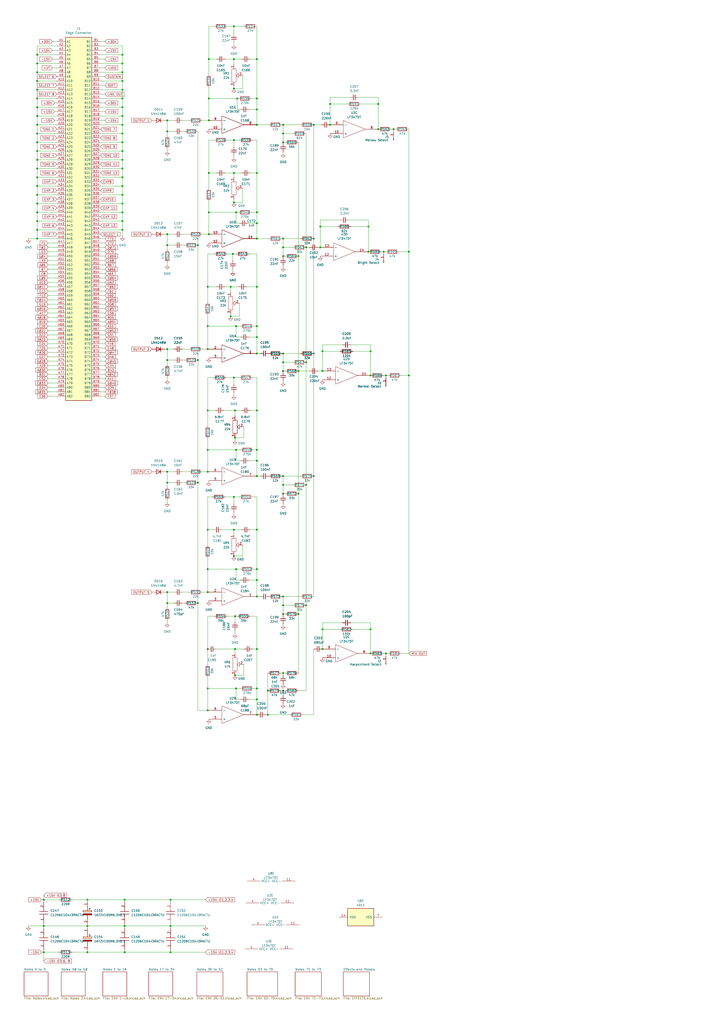
<source format=kicad_sch>
(kicad_sch (version 20230121) (generator eeschema)
  (paper "A2" portrait)
  (junction (at 21.59 72.39))
  (junction (at 137.16 189.23))
  (junction (at 136.525 254))
  (junction (at 133.985 183.515))
  (junction (at 21.59 123.19))
  (junction (at 114.935 349.885))
  (junction (at 121.285 135.89))
  (junction (at 71.12 41.91))
  (junction (at 120.65 343.535))
  (junction (at 237.49 146.05))
  (junction (at 173.355 148.59))
  (junction (at 182.245 205.105))
  (junction (at 21.59 133.35))
  (junction (at 164.465 346.075))
  (junction (at 177.8 210.185))
  (junction (at 120.65 330.2))
  (junction (at 137.795 57.15))
  (junction (at 164.465 356.235))
  (junction (at 120.65 399.415))
  (junction (at 21.59 92.71))
  (junction (at 219.71 74.93))
  (junction (at 99.06 552.45))
  (junction (at 121.285 57.15))
  (junction (at 21.59 77.47))
  (junction (at 149.225 57.15))
  (junction (at 215.265 379.095))
  (junction (at 164.465 276.225))
  (junction (at 97.155 135.89))
  (junction (at 149.225 307.34))
  (junction (at 21.59 87.63))
  (junction (at 71.12 107.95))
  (junction (at 121.285 100.33))
  (junction (at 137.16 260.985))
  (junction (at 97.155 69.85))
  (junction (at 149.225 238.125))
  (junction (at 21.59 41.91))
  (junction (at 121.285 69.85))
  (junction (at 186.055 131.445))
  (junction (at 50.8 552.45))
  (junction (at 187.325 203.835))
  (junction (at 149.225 195.58))
  (junction (at 21.59 113.03))
  (junction (at 71.12 36.83))
  (junction (at 177.8 143.51))
  (junction (at 164.465 77.47))
  (junction (at 71.12 62.23))
  (junction (at 149.225 399.415))
  (junction (at 182.245 138.43))
  (junction (at 224.155 217.805))
  (junction (at 21.59 128.27))
  (junction (at 164.465 210.185))
  (junction (at 97.155 76.2))
  (junction (at 21.59 107.95))
  (junction (at 99.06 521.97))
  (junction (at 164.465 400.685))
  (junction (at 120.65 202.565))
  (junction (at 164.465 82.55))
  (junction (at 71.12 77.47))
  (junction (at 71.12 46.99))
  (junction (at 135.89 51.435))
  (junction (at 21.59 62.23))
  (junction (at 71.12 113.03))
  (junction (at 21.59 102.87))
  (junction (at 21.59 97.79))
  (junction (at 177.8 351.155))
  (junction (at 187.325 215.265))
  (junction (at 173.355 356.235))
  (junction (at 164.465 286.385))
  (junction (at 186.055 143.51))
  (junction (at 120.65 260.985))
  (junction (at 120.65 166.37))
  (junction (at 71.12 102.87))
  (junction (at 187.325 376.555))
  (junction (at 21.59 46.99))
  (junction (at 21.59 138.43))
  (junction (at 97.155 343.535))
  (junction (at 120.65 273.685))
  (junction (at 72.39 537.21))
  (junction (at 120.65 307.34))
  (junction (at 97.155 202.565))
  (junction (at 149.225 405.765))
  (junction (at 114.935 208.915))
  (junction (at 25.4 537.21))
  (junction (at 237.49 217.805))
  (junction (at 219.71 60.325))
  (junction (at 149.225 34.29))
  (junction (at 215.265 365.125))
  (junction (at 215.265 203.835))
  (junction (at 72.39 521.97))
  (junction (at 21.59 57.15))
  (junction (at 21.59 36.83))
  (junction (at 121.285 123.19))
  (junction (at 99.06 537.21))
  (junction (at 120.65 376.555))
  (junction (at 137.16 399.415))
  (junction (at 135.89 288.29))
  (junction (at 97.155 273.685))
  (junction (at 187.325 365.125))
  (junction (at 149.225 166.37))
  (junction (at 149.225 123.19))
  (junction (at 114.935 142.24))
  (junction (at 97.155 142.24))
  (junction (at 135.89 100.33))
  (junction (at 135.89 307.34))
  (junction (at 164.465 148.59))
  (junction (at 149.225 100.33))
  (junction (at 177.8 281.305))
  (junction (at 121.285 34.29))
  (junction (at 97.155 280.035))
  (junction (at 71.12 92.71))
  (junction (at 71.12 31.75))
  (junction (at 97.155 208.915))
  (junction (at 149.225 260.985))
  (junction (at 149.225 336.55))
  (junction (at 133.985 166.37))
  (junction (at 72.39 552.45))
  (junction (at 164.465 215.265))
  (junction (at 149.225 330.2))
  (junction (at 149.225 72.39))
  (junction (at 71.12 133.35))
  (junction (at 21.59 118.11))
  (junction (at 25.4 552.45))
  (junction (at 71.12 128.27))
  (junction (at 164.465 138.43))
  (junction (at 149.225 267.335))
  (junction (at 135.89 219.075))
  (junction (at 149.225 376.555))
  (junction (at 71.12 97.79))
  (junction (at 136.525 238.125))
  (junction (at 149.225 63.5))
  (junction (at 135.255 147.32))
  (junction (at 228.6 74.93))
  (junction (at 135.89 81.28))
  (junction (at 149.225 129.54))
  (junction (at 120.65 238.125))
  (junction (at 25.4 521.97))
  (junction (at 149.225 414.655))
  (junction (at 173.355 286.385))
  (junction (at 136.525 376.555))
  (junction (at 155.575 414.655))
  (junction (at 120.65 189.23))
  (junction (at 71.12 118.11))
  (junction (at 21.59 82.55))
  (junction (at 164.465 351.155))
  (junction (at 50.8 537.21))
  (junction (at 149.225 346.075))
  (junction (at 120.65 412.115))
  (junction (at 137.16 330.2))
  (junction (at 164.465 390.525))
  (junction (at 213.995 146.05))
  (junction (at 164.465 143.51))
  (junction (at 71.12 52.07))
  (junction (at 135.89 34.29))
  (junction (at 71.12 57.15))
  (junction (at 136.525 357.505))
  (junction (at 164.465 281.305))
  (junction (at 137.16 123.19))
  (junction (at 191.77 72.39))
  (junction (at 71.12 87.63))
  (junction (at 164.465 72.39))
  (junction (at 71.12 82.55))
  (junction (at 222.885 146.05))
  (junction (at 149.225 205.105))
  (junction (at 191.77 60.325))
  (junction (at 173.355 215.265))
  (junction (at 21.59 31.75))
  (junction (at 135.89 117.475))
  (junction (at 182.245 72.39))
  (junction (at 135.89 322.58))
  (junction (at 224.155 379.095))
  (junction (at 21.59 52.07))
  (junction (at 164.465 205.105))
  (junction (at 71.12 72.39))
  (junction (at 215.265 217.805))
  (junction (at 149.225 138.43))
  (junction (at 71.12 67.31))
  (junction (at 213.995 131.445))
  (junction (at 50.8 521.97))
  (junction (at 149.225 276.225))
  (junction (at 155.575 400.685))
  (junction (at 114.935 280.035))
  (junction (at 149.225 189.23))
  (junction (at 136.525 391.795))
  (junction (at 21.59 67.31))
  (junction (at 135.89 15.24))
  (junction (at 182.245 276.225))
  (junction (at 97.155 349.885))
  (junction (at 71.12 123.19))
  (wire (pts (xy 71.12 57.15) (xy 71.12 62.23)))
  (wire (pts (xy 21.59 77.47) (xy 21.59 82.55)))
  (wire (pts (xy 71.12 72.39) (xy 71.12 77.47)))
  (wire (pts (xy 60.96 186.69) (xy 58.42 186.69)))
  (wire (pts (xy 164.465 390.525) (xy 164.465 391.795)))
  (wire (pts (xy 121.285 57.15) (xy 137.795 57.15)))
  (wire (pts (xy 164.465 286.385) (xy 165.735 286.385)))
  (wire (pts (xy 21.59 52.07) (xy 21.59 57.15)))
  (wire (pts (xy 60.96 161.29) (xy 58.42 161.29)))
  (wire (pts (xy 139.7 260.985) (xy 137.16 260.985)))
  (wire (pts (xy 25.4 537.21) (xy 50.8 537.21)))
  (wire (pts (xy 27.94 194.31) (xy 33.02 194.31)))
  (wire (pts (xy 58.42 39.37) (xy 60.96 39.37)))
  (wire (pts (xy 187.325 376.555) (xy 187.325 365.125)))
  (wire (pts (xy 205.105 203.835) (xy 215.265 203.835)))
  (wire (pts (xy 21.59 77.47) (xy 33.02 77.47)))
  (wire (pts (xy 21.59 46.99) (xy 33.02 46.99)))
  (wire (pts (xy 203.835 131.445) (xy 213.995 131.445)))
  (wire (pts (xy 146.685 81.28) (xy 149.225 81.28)))
  (wire (pts (xy 135.89 115.57) (xy 135.89 117.475)))
  (wire (pts (xy 164.465 356.235) (xy 164.465 356.87)))
  (wire (pts (xy 147.32 330.2) (xy 149.225 330.2)))
  (wire (pts (xy 163.83 72.39) (xy 164.465 72.39)))
  (wire (pts (xy 21.59 102.87) (xy 21.59 107.95)))
  (wire (pts (xy 60.96 49.53) (xy 58.42 49.53)))
  (wire (pts (xy 182.245 72.39) (xy 186.69 72.39)))
  (wire (pts (xy 135.89 288.29) (xy 139.065 288.29)))
  (wire (pts (xy 27.94 184.15) (xy 33.02 184.15)))
  (wire (pts (xy 124.46 147.32) (xy 120.65 147.32)))
  (wire (pts (xy 164.465 400.685) (xy 164.465 403.225)))
  (wire (pts (xy 136.525 376.555) (xy 136.525 379.095)))
  (wire (pts (xy 97.155 349.885) (xy 97.155 352.425)))
  (wire (pts (xy 173.355 148.59) (xy 173.355 215.265)))
  (wire (pts (xy 215.265 203.835) (xy 215.265 217.805)))
  (wire (pts (xy 149.225 15.24) (xy 149.225 34.29)))
  (wire (pts (xy 145.415 100.33) (xy 149.225 100.33)))
  (wire (pts (xy 97.155 202.565) (xy 97.155 208.915)))
  (wire (pts (xy 60.96 191.77) (xy 58.42 191.77)))
  (wire (pts (xy 173.355 215.265) (xy 179.705 215.265)))
  (wire (pts (xy 71.12 128.27) (xy 71.12 133.35)))
  (wire (pts (xy 117.475 69.85) (xy 121.285 69.85)))
  (wire (pts (xy 97.155 361.315) (xy 97.155 360.045)))
  (wire (pts (xy 71.12 82.55) (xy 71.12 87.63)))
  (wire (pts (xy 21.59 133.35) (xy 33.02 133.35)))
  (wire (pts (xy 72.39 535.94) (xy 72.39 537.21)))
  (wire (pts (xy 147.32 189.23) (xy 149.225 189.23)))
  (wire (pts (xy 71.12 113.03) (xy 71.12 118.11)))
  (wire (pts (xy 149.225 346.075) (xy 151.13 346.075)))
  (wire (pts (xy 135.89 100.33) (xy 140.335 100.33)))
  (wire (pts (xy 121.285 123.19) (xy 121.285 116.84)))
  (wire (pts (xy 139.7 189.23) (xy 137.16 189.23)))
  (wire (pts (xy 121.285 57.15) (xy 121.285 50.8)))
  (wire (pts (xy 97.155 291.465) (xy 97.155 290.195)))
  (wire (pts (xy 163.195 400.685) (xy 164.465 400.685)))
  (wire (pts (xy 25.4 551.18) (xy 25.4 552.45)))
  (wire (pts (xy 58.42 57.15) (xy 71.12 57.15)))
  (wire (pts (xy 120.65 412.115) (xy 120.65 399.415)))
  (wire (pts (xy 177.8 281.305) (xy 177.8 351.155)))
  (wire (pts (xy 164.465 210.185) (xy 170.18 210.185)))
  (wire (pts (xy 149.225 195.58) (xy 149.225 189.23)))
  (wire (pts (xy 21.59 67.31) (xy 33.02 67.31)))
  (wire (pts (xy 99.06 552.45) (xy 119.38 552.45)))
  (wire (pts (xy 132.08 15.24) (xy 135.89 15.24)))
  (wire (pts (xy 164.465 276.225) (xy 164.465 281.305)))
  (wire (pts (xy 33.02 34.29) (xy 30.48 34.29)))
  (wire (pts (xy 149.225 100.33) (xy 149.225 123.19)))
  (wire (pts (xy 60.96 176.53) (xy 58.42 176.53)))
  (wire (pts (xy 50.8 552.45) (xy 72.39 552.45)))
  (wire (pts (xy 60.96 199.39) (xy 58.42 199.39)))
  (wire (pts (xy 25.4 519.43) (xy 25.4 521.97)))
  (wire (pts (xy 27.94 140.97) (xy 33.02 140.97)))
  (wire (pts (xy 21.59 107.95) (xy 21.59 113.03)))
  (wire (pts (xy 125.73 100.33) (xy 121.285 100.33)))
  (wire (pts (xy 137.16 399.415) (xy 137.16 405.765)))
  (wire (pts (xy 173.355 356.235) (xy 173.355 390.525)))
  (wire (pts (xy 164.465 148.59) (xy 164.465 149.225)))
  (wire (pts (xy 120.65 288.29) (xy 123.19 288.29)))
  (wire (pts (xy 144.145 129.54) (xy 149.225 129.54)))
  (wire (pts (xy 135.89 297.18) (xy 135.89 298.45)))
  (wire (pts (xy 135.255 147.32) (xy 135.255 151.13)))
  (wire (pts (xy 164.465 281.305) (xy 164.465 286.385)))
  (wire (pts (xy 135.89 90.17) (xy 135.89 91.44)))
  (wire (pts (xy 164.465 281.305) (xy 170.18 281.305)))
  (wire (pts (xy 163.83 346.075) (xy 164.465 346.075)))
  (wire (pts (xy 163.83 138.43) (xy 164.465 138.43)))
  (wire (pts (xy 21.59 102.87) (xy 33.02 102.87)))
  (wire (pts (xy 177.8 210.185) (xy 177.8 281.305)))
  (wire (pts (xy 215.265 361.315) (xy 215.265 365.125)))
  (wire (pts (xy 135.89 81.28) (xy 139.065 81.28)))
  (wire (pts (xy 149.225 138.43) (xy 156.21 138.43)))
  (wire (pts (xy 135.255 147.32) (xy 137.16 147.32)))
  (wire (pts (xy 137.16 260.985) (xy 120.65 260.985)))
  (wire (pts (xy 149.225 238.125) (xy 145.415 238.125)))
  (wire (pts (xy 208.28 56.515) (xy 219.71 56.515)))
  (wire (pts (xy 149.225 219.075) (xy 149.225 238.125)))
  (wire (pts (xy 147.32 399.415) (xy 149.225 399.415)))
  (wire (pts (xy 132.08 147.32) (xy 135.255 147.32)))
  (wire (pts (xy 121.285 81.28) (xy 121.285 100.33)))
  (wire (pts (xy 182.245 414.655) (xy 175.895 414.655)))
  (wire (pts (xy 149.225 129.54) (xy 149.225 123.19)))
  (wire (pts (xy 149.225 166.37) (xy 143.51 166.37)))
  (wire (pts (xy 121.285 278.765) (xy 121.285 279.4)))
  (wire (pts (xy 149.225 81.28) (xy 149.225 100.33)))
  (wire (pts (xy 106.045 349.885) (xy 107.315 349.885)))
  (wire (pts (xy 97.155 153.67) (xy 97.155 152.4)))
  (wire (pts (xy 21.59 92.71) (xy 33.02 92.71)))
  (wire (pts (xy 21.59 118.11) (xy 33.02 118.11)))
  (wire (pts (xy 237.49 74.93) (xy 237.49 146.05)))
  (wire (pts (xy 120.65 288.29) (xy 120.65 307.34)))
  (wire (pts (xy 50.8 535.94) (xy 50.8 537.21)))
  (wire (pts (xy 164.465 356.235) (xy 165.735 356.235)))
  (wire (pts (xy 16.51 537.21) (xy 25.4 537.21)))
  (wire (pts (xy 33.02 39.37) (xy 30.48 39.37)))
  (wire (pts (xy 60.96 227.33) (xy 58.42 227.33)))
  (wire (pts (xy 144.78 195.58) (xy 149.225 195.58)))
  (wire (pts (xy 141.605 391.795) (xy 136.525 391.795)))
  (wire (pts (xy 21.59 26.67) (xy 21.59 31.75)))
  (wire (pts (xy 173.355 400.685) (xy 177.8 400.685)))
  (wire (pts (xy 106.045 69.85) (xy 109.855 69.85)))
  (wire (pts (xy 191.77 56.515) (xy 203.2 56.515)))
  (wire (pts (xy 58.42 92.71) (xy 71.12 92.71)))
  (wire (pts (xy 21.59 72.39) (xy 33.02 72.39)))
  (wire (pts (xy 71.12 41.91) (xy 71.12 46.99)))
  (wire (pts (xy 60.96 171.45) (xy 58.42 171.45)))
  (wire (pts (xy 149.225 72.39) (xy 149.225 63.5)))
  (wire (pts (xy 25.4 535.94) (xy 25.4 537.21)))
  (wire (pts (xy 128.905 307.34) (xy 135.89 307.34)))
  (wire (pts (xy 124.46 357.505) (xy 120.65 357.505)))
  (wire (pts (xy 136.525 365.76) (xy 136.525 367.665)))
  (wire (pts (xy 149.225 276.225) (xy 151.13 276.225)))
  (wire (pts (xy 125.73 376.555) (xy 136.525 376.555)))
  (wire (pts (xy 33.02 24.13) (xy 30.48 24.13)))
  (wire (pts (xy 228.6 74.93) (xy 229.87 74.93)))
  (wire (pts (xy 60.96 201.93) (xy 58.42 201.93)))
  (wire (pts (xy 147.32 260.985) (xy 149.225 260.985)))
  (wire (pts (xy 137.16 260.985) (xy 137.16 267.335)))
  (wire (pts (xy 27.94 158.75) (xy 33.02 158.75)))
  (wire (pts (xy 164.465 72.39) (xy 164.465 77.47)))
  (wire (pts (xy 228.6 76.2) (xy 228.6 74.93)))
  (wire (pts (xy 100.965 280.035) (xy 97.155 280.035)))
  (wire (pts (xy 41.91 552.45) (xy 50.8 552.45)))
  (wire (pts (xy 97.155 135.89) (xy 100.965 135.89)))
  (wire (pts (xy 137.16 129.54) (xy 139.065 129.54)))
  (wire (pts (xy 140.97 117.475) (xy 135.89 117.475)))
  (wire (pts (xy 27.94 146.05) (xy 33.02 146.05)))
  (wire (pts (xy 58.42 44.45) (xy 60.96 44.45)))
  (wire (pts (xy 149.225 288.29) (xy 149.225 307.34)))
  (wire (pts (xy 135.89 100.33) (xy 135.89 102.87)))
  (wire (pts (xy 186.055 131.445) (xy 186.055 127.635)))
  (wire (pts (xy 130.175 238.125) (xy 136.525 238.125)))
  (wire (pts (xy 182.245 205.105) (xy 182.245 276.225)))
  (wire (pts (xy 177.8 77.47) (xy 177.8 143.51)))
  (wire (pts (xy 123.825 219.075) (xy 120.65 219.075)))
  (wire (pts (xy 164.465 292.1) (xy 164.465 292.735)))
  (wire (pts (xy 149.225 336.55) (xy 149.225 346.075)))
  (wire (pts (xy 120.65 357.505) (xy 120.65 376.555)))
  (wire (pts (xy 155.575 400.685) (xy 155.575 414.655)))
  (wire (pts (xy 224.155 219.075) (xy 224.155 217.805)))
  (wire (pts (xy 164.465 400.685) (xy 165.735 400.685)))
  (wire (pts (xy 149.225 405.765) (xy 149.225 399.415)))
  (wire (pts (xy 191.77 60.325) (xy 191.77 72.39)))
  (wire (pts (xy 97.155 135.89) (xy 97.155 142.24)))
  (wire (pts (xy 114.935 280.035) (xy 114.935 208.915)))
  (wire (pts (xy 71.12 133.35) (xy 71.12 137.16)))
  (wire (pts (xy 139.065 183.515) (xy 133.985 183.515)))
  (wire (pts (xy 146.05 57.15) (xy 149.225 57.15)))
  (wire (pts (xy 71.12 67.31) (xy 71.12 72.39)))
  (wire (pts (xy 58.42 67.31) (xy 71.12 67.31)))
  (wire (pts (xy 139.7 399.415) (xy 137.16 399.415)))
  (wire (pts (xy 136.525 357.505) (xy 137.795 357.505)))
  (wire (pts (xy 60.96 146.05) (xy 58.42 146.05)))
  (wire (pts (xy 164.465 154.305) (xy 164.465 154.94)))
  (wire (pts (xy 164.465 351.155) (xy 164.465 356.235)))
  (wire (pts (xy 182.245 72.39) (xy 182.245 138.43)))
  (wire (pts (xy 164.465 138.43) (xy 174.625 138.43)))
  (wire (pts (xy 60.96 196.85) (xy 58.42 196.85)))
  (wire (pts (xy 133.985 166.37) (xy 138.43 166.37)))
  (wire (pts (xy 139.065 175.895) (xy 139.065 183.515)))
  (wire (pts (xy 60.96 140.97) (xy 58.42 140.97)))
  (wire (pts (xy 27.94 163.83) (xy 33.02 163.83)))
  (wire (pts (xy 146.05 123.19) (xy 149.225 123.19)))
  (wire (pts (xy 137.16 195.58) (xy 139.7 195.58)))
  (wire (pts (xy 97.155 69.85) (xy 97.155 76.2)))
  (wire (pts (xy 95.885 69.85) (xy 97.155 69.85)))
  (wire (pts (xy 164.465 143.51) (xy 164.465 148.59)))
  (wire (pts (xy 27.94 219.71) (xy 33.02 219.71)))
  (wire (pts (xy 164.465 351.155) (xy 170.18 351.155)))
  (wire (pts (xy 137.16 330.2) (xy 137.16 336.55)))
  (wire (pts (xy 135.89 81.28) (xy 135.89 85.09)))
  (wire (pts (xy 58.42 97.79) (xy 71.12 97.79)))
  (wire (pts (xy 27.94 196.85) (xy 33.02 196.85)))
  (wire (pts (xy 164.465 220.98) (xy 164.465 221.615)))
  (wire (pts (xy 120.65 343.535) (xy 120.65 330.2)))
  (wire (pts (xy 135.89 219.075) (xy 139.065 219.075)))
  (wire (pts (xy 114.935 349.885) (xy 114.935 412.115)))
  (wire (pts (xy 31.75 69.85) (xy 33.02 69.85)))
  (wire (pts (xy 27.94 224.79) (xy 33.02 224.79)))
  (wire (pts (xy 164.465 346.075) (xy 174.625 346.075)))
  (wire (pts (xy 21.59 52.07) (xy 33.02 52.07)))
  (wire (pts (xy 71.12 92.71) (xy 71.12 97.79)))
  (wire (pts (xy 164.465 143.51) (xy 170.18 143.51)))
  (wire (pts (xy 27.94 166.37) (xy 33.02 166.37)))
  (wire (pts (xy 140.97 316.23) (xy 140.97 322.58)))
  (wire (pts (xy 121.285 34.29) (xy 121.285 43.18)))
  (wire (pts (xy 21.59 107.95) (xy 33.02 107.95)))
  (wire (pts (xy 141.605 385.445) (xy 141.605 391.795)))
  (wire (pts (xy 237.49 146.05) (xy 237.49 217.805)))
  (wire (pts (xy 27.94 151.13) (xy 33.02 151.13)))
  (wire (pts (xy 120.65 166.37) (xy 120.65 175.26)))
  (wire (pts (xy 21.59 128.27) (xy 33.02 128.27)))
  (wire (pts (xy 27.94 191.77) (xy 33.02 191.77)))
  (wire (pts (xy 149.225 205.105) (xy 151.13 205.105)))
  (wire (pts (xy 136.525 238.125) (xy 140.335 238.125)))
  (wire (pts (xy 21.59 31.75) (xy 33.02 31.75)))
  (wire (pts (xy 27.94 168.91) (xy 33.02 168.91)))
  (wire (pts (xy 133.985 166.37) (xy 133.985 169.545)))
  (wire (pts (xy 182.245 138.43) (xy 182.245 205.105)))
  (wire (pts (xy 149.225 307.34) (xy 149.225 330.2)))
  (wire (pts (xy 155.575 390.525) (xy 155.575 400.685)))
  (wire (pts (xy 149.225 405.765) (xy 149.225 414.655)))
  (wire (pts (xy 149.225 166.37) (xy 149.225 189.23)))
  (wire (pts (xy 21.59 36.83) (xy 21.59 41.91)))
  (wire (pts (xy 72.39 521.97) (xy 99.06 521.97)))
  (wire (pts (xy 21.59 57.15) (xy 21.59 62.23)))
  (wire (pts (xy 224.155 379.095) (xy 222.885 379.095)))
  (wire (pts (xy 71.12 31.75) (xy 71.12 36.83)))
  (wire (pts (xy 132.08 81.28) (xy 135.89 81.28)))
  (wire (pts (xy 27.94 204.47) (xy 33.02 204.47)))
  (wire (pts (xy 60.96 64.77) (xy 58.42 64.77)))
  (wire (pts (xy 137.16 189.23) (xy 137.16 195.58)))
  (wire (pts (xy 97.155 280.035) (xy 97.155 282.575)))
  (wire (pts (xy 120.65 376.555) (xy 120.65 385.445)))
  (wire (pts (xy 25.4 537.21) (xy 25.4 538.48)))
  (wire (pts (xy 71.12 36.83) (xy 71.12 41.91)))
  (wire (pts (xy 186.055 143.51) (xy 186.055 131.445)))
  (wire (pts (xy 121.285 34.29) (xy 125.73 34.29)))
  (wire (pts (xy 120.65 399.415) (xy 120.65 393.065)))
  (wire (pts (xy 106.045 202.565) (xy 109.855 202.565)))
  (wire (pts (xy 27.94 173.99) (xy 33.02 173.99)))
  (wire (pts (xy 145.415 307.34) (xy 149.225 307.34)))
  (wire (pts (xy 27.94 199.39) (xy 33.02 199.39)))
  (wire (pts (xy 215.265 200.025) (xy 215.265 203.835)))
  (wire (pts (xy 114.935 76.2) (xy 114.935 142.24)))
  (wire (pts (xy 60.96 179.07) (xy 58.42 179.07)))
  (wire (pts (xy 27.94 222.25) (xy 33.02 222.25)))
  (wire (pts (xy 132.08 357.505) (xy 136.525 357.505)))
  (wire (pts (xy 60.96 204.47) (xy 58.42 204.47)))
  (wire (pts (xy 60.96 158.75) (xy 58.42 158.75)))
  (wire (pts (xy 164.465 210.185) (xy 164.465 215.265)))
  (wire (pts (xy 144.78 336.55) (xy 149.225 336.55)))
  (wire (pts (xy 198.755 200.025) (xy 187.325 200.025)))
  (wire (pts (xy 97.155 273.685) (xy 97.155 280.035)))
  (wire (pts (xy 21.59 113.03) (xy 33.02 113.03)))
  (wire (pts (xy 72.39 552.45) (xy 99.06 552.45)))
  (wire (pts (xy 121.285 343.535) (xy 120.65 343.535)))
  (wire (pts (xy 117.475 202.565) (xy 120.65 202.565)))
  (wire (pts (xy 191.77 60.325) (xy 201.93 60.325)))
  (wire (pts (xy 71.12 52.07) (xy 71.12 57.15)))
  (wire (pts (xy 95.885 202.565) (xy 97.155 202.565)))
  (wire (pts (xy 137.16 267.335) (xy 139.7 267.335)))
  (wire (pts (xy 136.525 254) (xy 136.525 255.27)))
  (wire (pts (xy 97.155 208.915) (xy 97.155 211.455)))
  (wire (pts (xy 21.59 31.75) (xy 21.59 36.83)))
  (wire (pts (xy 21.59 97.79) (xy 33.02 97.79)))
  (wire (pts (xy 125.095 238.125) (xy 120.65 238.125)))
  (wire (pts (xy 164.465 205.105) (xy 164.465 210.185)))
  (wire (pts (xy 60.96 189.23) (xy 58.42 189.23)))
  (wire (pts (xy 120.65 189.23) (xy 137.16 189.23)))
  (wire (pts (xy 137.16 405.765) (xy 139.7 405.765)))
  (wire (pts (xy 60.96 224.79) (xy 58.42 224.79)))
  (wire (pts (xy 149.225 129.54) (xy 149.225 138.43)))
  (wire (pts (xy 50.8 521.97) (xy 72.39 521.97)))
  (wire (pts (xy 27.94 179.07) (xy 33.02 179.07)))
  (wire (pts (xy 131.445 219.075) (xy 135.89 219.075)))
  (wire (pts (xy 135.255 156.21) (xy 135.255 157.48)))
  (wire (pts (xy 117.475 273.685) (xy 120.65 273.685)))
  (wire (pts (xy 60.96 194.31) (xy 58.42 194.31)))
  (wire (pts (xy 21.59 67.31) (xy 21.59 72.39)))
  (wire (pts (xy 60.96 156.21) (xy 58.42 156.21)))
  (wire (pts (xy 27.94 171.45) (xy 33.02 171.45)))
  (wire (pts (xy 149.225 238.125) (xy 149.225 260.985)))
  (wire (pts (xy 27.94 153.67) (xy 33.02 153.67)))
  (wire (pts (xy 203.835 361.315) (xy 215.265 361.315)))
  (wire (pts (xy 209.55 60.325) (xy 219.71 60.325)))
  (wire (pts (xy 50.8 537.21) (xy 72.39 537.21)))
  (wire (pts (xy 205.105 365.125) (xy 215.265 365.125)))
  (wire (pts (xy 149.225 267.335) (xy 149.225 260.985)))
  (wire (pts (xy 173.355 82.55) (xy 173.355 148.59)))
  (wire (pts (xy 186.055 127.635) (xy 197.485 127.635)))
  (wire (pts (xy 224.155 379.095) (xy 225.425 379.095)))
  (wire (pts (xy 149.225 336.55) (xy 149.225 330.2)))
  (wire (pts (xy 97.155 87.63) (xy 97.155 86.36)))
  (wire (pts (xy 27.94 227.33) (xy 33.02 227.33)))
  (wire (pts (xy 72.39 537.21) (xy 72.39 538.48)))
  (wire (pts (xy 21.59 26.67) (xy 33.02 26.67)))
  (wire (pts (xy 135.89 307.34) (xy 135.89 309.88)))
  (wire (pts (xy 137.795 63.5) (xy 139.7 63.5)))
  (wire (pts (xy 164.465 77.47) (xy 170.18 77.47)))
  (wire (pts (xy 97.155 343.535) (xy 100.965 343.535)))
  (wire (pts (xy 71.12 46.99) (xy 71.12 52.07)))
  (wire (pts (xy 99.06 537.21) (xy 99.06 538.48)))
  (wire (pts (xy 58.42 87.63) (xy 71.12 87.63)))
  (wire (pts (xy 58.42 123.19) (xy 71.12 123.19)))
  (wire (pts (xy 146.685 376.555) (xy 149.225 376.555)))
  (wire (pts (xy 60.96 151.13) (xy 58.42 151.13)))
  (wire (pts (xy 27.94 209.55) (xy 33.02 209.55)))
  (wire (pts (xy 145.415 34.29) (xy 149.225 34.29)))
  (wire (pts (xy 60.96 173.99) (xy 58.42 173.99)))
  (wire (pts (xy 164.465 82.55) (xy 165.735 82.55)))
  (wire (pts (xy 24.13 521.97) (xy 25.4 521.97)))
  (wire (pts (xy 100.965 349.885) (xy 97.155 349.885)))
  (wire (pts (xy 58.42 118.11) (xy 71.12 118.11)))
  (wire (pts (xy 60.96 163.83) (xy 58.42 163.83)))
  (wire (pts (xy 140.97 109.22) (xy 140.97 117.475)))
  (wire (pts (xy 95.885 343.535) (xy 97.155 343.535)))
  (wire (pts (xy 164.465 72.39) (xy 174.625 72.39)))
  (wire (pts (xy 60.96 217.17) (xy 58.42 217.17)))
  (wire (pts (xy 140.97 43.815) (xy 140.97 51.435)))
  (wire (pts (xy 60.96 59.69) (xy 58.42 59.69)))
  (wire (pts (xy 106.045 343.535) (xy 109.855 343.535)))
  (wire (pts (xy 97.155 76.2) (xy 97.155 78.74)))
  (wire (pts (xy 97.155 202.565) (xy 100.965 202.565)))
  (wire (pts (xy 71.12 97.79) (xy 71.12 102.87)))
  (wire (pts (xy 21.59 36.83) (xy 33.02 36.83)))
  (wire (pts (xy 58.42 113.03) (xy 71.12 113.03)))
  (wire (pts (xy 21.59 123.19) (xy 33.02 123.19)))
  (wire (pts (xy 33.02 29.21) (xy 30.48 29.21)))
  (wire (pts (xy 173.355 286.385) (xy 173.355 356.235)))
  (wire (pts (xy 164.465 215.265) (xy 165.735 215.265)))
  (wire (pts (xy 60.96 207.01) (xy 58.42 207.01)))
  (wire (pts (xy 106.045 76.2) (xy 107.315 76.2)))
  (wire (pts (xy 135.89 34.29) (xy 135.89 37.465)))
  (wire (pts (xy 198.755 361.315) (xy 187.325 361.315)))
  (wire (pts (xy 135.89 34.29) (xy 140.335 34.29)))
  (wire (pts (xy 224.155 217.805) (xy 222.885 217.805)))
  (wire (pts (xy 60.96 181.61) (xy 58.42 181.61)))
  (wire (pts (xy 149.225 34.29) (xy 149.225 57.15)))
  (wire (pts (xy 58.42 46.99) (xy 71.12 46.99)))
  (wire (pts (xy 58.42 31.75) (xy 71.12 31.75)))
  (wire (pts (xy 120.65 238.125) (xy 120.65 247.015)))
  (wire (pts (xy 21.59 87.63) (xy 21.59 92.71)))
  (wire (pts (xy 99.06 535.94) (xy 99.06 537.21)))
  (wire (pts (xy 121.285 15.24) (xy 124.46 15.24)))
  (wire (pts (xy 164.465 361.95) (xy 164.465 362.585)))
  (wire (pts (xy 164.465 77.47) (xy 164.465 82.55)))
  (wire (pts (xy 120.65 147.32) (xy 120.65 166.37)))
  (wire (pts (xy 141.605 254) (xy 136.525 254)))
  (wire (pts (xy 58.42 72.39) (xy 71.12 72.39)))
  (wire (pts (xy 58.42 107.95) (xy 71.12 107.95)))
  (wire (pts (xy 136.525 238.125) (xy 136.525 241.3)))
  (wire (pts (xy 58.42 102.87) (xy 71.12 102.87)))
  (wire (pts (xy 164.465 148.59) (xy 165.735 148.59)))
  (wire (pts (xy 124.46 81.28) (xy 121.285 81.28)))
  (wire (pts (xy 71.12 133.35) (xy 58.42 133.35)))
  (wire (pts (xy 60.96 166.37) (xy 58.42 166.37)))
  (wire (pts (xy 21.59 128.27) (xy 21.59 133.35)))
  (wire (pts (xy 149.225 147.32) (xy 149.225 166.37)))
  (wire (pts (xy 135.89 288.29) (xy 135.89 292.1)))
  (wire (pts (xy 99.06 521.97) (xy 99.06 523.24)))
  (wire (pts (xy 27.94 148.59) (xy 33.02 148.59)))
  (wire (pts (xy 72.39 537.21) (xy 99.06 537.21)))
  (wire (pts (xy 58.42 41.91) (xy 71.12 41.91)))
  (wire (pts (xy 71.12 102.87) (xy 71.12 107.95)))
  (wire (pts (xy 149.225 288.29) (xy 146.685 288.29)))
  (wire (pts (xy 237.49 379.095) (xy 233.045 379.095)))
  (wire (pts (xy 164.465 205.105) (xy 174.625 205.105)))
  (wire (pts (xy 21.59 46.99) (xy 21.59 52.07)))
  (wire (pts (xy 71.12 26.67) (xy 71.12 31.75)))
  (wire (pts (xy 21.59 72.39) (xy 21.59 77.47)))
  (wire (pts (xy 60.96 153.67) (xy 58.42 153.67)))
  (wire (pts (xy 60.96 69.85) (xy 58.42 69.85)))
  (wire (pts (xy 137.795 57.15) (xy 137.795 63.5)))
  (wire (pts (xy 24.13 552.45) (xy 25.4 552.45)))
  (wire (pts (xy 187.325 215.265) (xy 184.785 215.265)))
  (wire (pts (xy 191.77 56.515) (xy 191.77 60.325)))
  (wire (pts (xy 187.325 203.835) (xy 197.485 203.835)))
  (wire (pts (xy 27.94 212.09) (xy 33.02 212.09)))
  (wire (pts (xy 177.8 143.51) (xy 177.8 210.185)))
  (wire (pts (xy 154.305 414.655) (xy 155.575 414.655)))
  (wire (pts (xy 58.42 34.29) (xy 60.96 34.29)))
  (wire (pts (xy 136.525 376.555) (xy 141.605 376.555)))
  (wire (pts (xy 114.935 280.035) (xy 114.935 349.885)))
  (wire (pts (xy 21.59 82.55) (xy 21.59 87.63)))
  (wire (pts (xy 21.59 97.79) (xy 21.59 102.87)))
  (wire (pts (xy 155.575 414.655) (xy 168.275 414.655)))
  (wire (pts (xy 130.81 100.33) (xy 135.89 100.33)))
  (wire (pts (xy 21.59 113.03) (xy 21.59 118.11)))
  (wire (pts (xy 133.985 182.245) (xy 133.985 183.515)))
  (wire (pts (xy 58.42 36.83) (xy 71.12 36.83)))
  (wire (pts (xy 27.94 176.53) (xy 33.02 176.53)))
  (wire (pts (xy 97.155 343.535) (xy 97.155 349.885)))
  (wire (pts (xy 164.465 390.525) (xy 165.735 390.525)))
  (wire (pts (xy 202.565 127.635) (xy 213.995 127.635)))
  (wire (pts (xy 71.12 87.63) (xy 71.12 92.71)))
  (wire (pts (xy 120.65 202.565) (xy 120.65 189.23)))
  (wire (pts (xy 97.155 273.685) (xy 100.965 273.685)))
  (wire (pts (xy 140.97 322.58) (xy 135.89 322.58)))
  (wire (pts (xy 149.225 72.39) (xy 156.21 72.39)))
  (wire (pts (xy 60.96 29.21) (xy 58.42 29.21)))
  (wire (pts (xy 121.285 273.685) (xy 120.65 273.685)))
  (wire (pts (xy 106.045 273.685) (xy 109.855 273.685)))
  (wire (pts (xy 120.65 202.565) (xy 121.285 202.565)))
  (wire (pts (xy 58.42 77.47) (xy 71.12 77.47)))
  (wire (pts (xy 177.8 143.51) (xy 179.705 143.51)))
  (wire (pts (xy 138.43 57.15) (xy 137.795 57.15)))
  (wire (pts (xy 203.835 200.025) (xy 215.265 200.025)))
  (wire (pts (xy 120.65 260.985) (xy 120.65 254.635)))
  (wire (pts (xy 117.475 343.535) (xy 120.65 343.535)))
  (wire (pts (xy 27.94 214.63) (xy 33.02 214.63)))
  (wire (pts (xy 99.06 552.45) (xy 99.06 551.18)))
  (wire (pts (xy 164.465 138.43) (xy 164.465 143.51)))
  (wire (pts (xy 25.4 552.45) (xy 34.29 552.45)))
  (wire (pts (xy 58.42 52.07) (xy 71.12 52.07)))
  (wire (pts (xy 121.285 100.33) (xy 121.285 109.22)))
  (wire (pts (xy 164.465 82.55) (xy 164.465 83.185)))
  (wire (pts (xy 99.06 521.97) (xy 119.38 521.97)))
  (wire (pts (xy 135.89 227.965) (xy 135.89 229.235)))
  (wire (pts (xy 120.65 330.2) (xy 120.65 323.85)))
  (wire (pts (xy 228.6 74.93) (xy 227.33 74.93)))
  (wire (pts (xy 31.75 64.77) (xy 33.02 64.77)))
  (wire (pts (xy 222.885 146.05) (xy 224.155 146.05)))
  (wire (pts (xy 31.75 59.69) (xy 33.02 59.69)))
  (wire (pts (xy 224.155 380.365) (xy 224.155 379.095)))
  (wire (pts (xy 95.885 135.89) (xy 97.155 135.89)))
  (wire (pts (xy 50.8 523.24) (xy 50.8 521.97)))
  (wire (pts (xy 164.465 346.075) (xy 164.465 351.155)))
  (wire (pts (xy 231.775 146.05) (xy 237.49 146.05)))
  (wire (pts (xy 222.885 147.32) (xy 222.885 146.05)))
  (wire (pts (xy 149.225 357.505) (xy 149.225 376.555)))
  (wire (pts (xy 149.225 267.335) (xy 149.225 276.225)))
  (wire (pts (xy 164.465 88.265) (xy 164.465 88.9)))
  (wire (pts (xy 186.055 131.445) (xy 196.215 131.445)))
  (wire (pts (xy 58.42 62.23) (xy 71.12 62.23)))
  (wire (pts (xy 135.89 219.075) (xy 135.89 222.885)))
  (wire (pts (xy 25.4 552.45) (xy 25.4 557.53)))
  (wire (pts (xy 71.12 118.11) (xy 71.12 123.19)))
  (wire (pts (xy 60.96 222.25) (xy 58.42 222.25)))
  (wire (pts (xy 149.225 376.555) (xy 149.225 399.415)))
  (wire (pts (xy 97.155 69.85) (xy 100.965 69.85)))
  (wire (pts (xy 106.045 135.89) (xy 109.855 135.89)))
  (wire (pts (xy 164.465 215.265) (xy 164.465 215.9)))
  (wire (pts (xy 144.78 267.335) (xy 149.225 267.335)))
  (wire (pts (xy 21.59 133.35) (xy 21.59 138.43)))
  (wire (pts (xy 139.7 330.2) (xy 137.16 330.2)))
  (wire (pts (xy 97.155 142.24) (xy 97.155 144.78)))
  (wire (pts (xy 120.65 273.685) (xy 120.65 260.985)))
  (wire (pts (xy 72.39 551.18) (xy 72.39 552.45)))
  (wire (pts (xy 27.94 217.17) (xy 33.02 217.17)))
  (wire (pts (xy 71.12 123.19) (xy 71.12 128.27)))
  (wire (pts (xy 58.42 26.67) (xy 71.12 26.67)))
  (wire (pts (xy 219.71 60.325) (xy 219.71 74.93)))
  (wire (pts (xy 186.055 143.51) (xy 184.785 143.51)))
  (wire (pts (xy 106.045 142.24) (xy 107.315 142.24)))
  (wire (pts (xy 16.51 138.43) (xy 21.59 138.43)))
  (wire (pts (xy 213.995 131.445) (xy 213.995 146.05)))
  (wire (pts (xy 117.475 135.89) (xy 121.285 135.89)))
  (wire (pts (xy 21.59 57.15) (xy 33.02 57.15)))
  (wire (pts (xy 60.96 143.51) (xy 58.42 143.51)))
  (wire (pts (xy 60.96 54.61) (xy 58.42 54.61)))
  (wire (pts (xy 21.59 138.43) (xy 33.02 138.43)))
  (wire (pts (xy 27.94 161.29) (xy 33.02 161.29)))
  (wire (pts (xy 137.16 123.19) (xy 137.16 129.54)))
  (wire (pts (xy 224.155 217.805) (xy 225.425 217.805)))
  (wire (pts (xy 27.94 156.21) (xy 33.02 156.21)))
  (wire (pts (xy 50.8 551.18) (xy 50.8 552.45)))
  (wire (pts (xy 136.525 357.505) (xy 136.525 360.68)))
  (wire (pts (xy 27.94 186.69) (xy 33.02 186.69)))
  (wire (pts (xy 58.42 82.55) (xy 71.12 82.55)))
  (wire (pts (xy 25.4 521.97) (xy 34.29 521.97)))
  (wire (pts (xy 177.8 400.685) (xy 177.8 351.155)))
  (wire (pts (xy 27.94 207.01) (xy 33.02 207.01)))
  (wire (pts (xy 60.96 219.71) (xy 58.42 219.71)))
  (wire (pts (xy 125.73 166.37) (xy 120.65 166.37)))
  (wire (pts (xy 213.995 127.635) (xy 213.995 131.445)))
  (wire (pts (xy 71.12 77.47) (xy 71.12 82.55)))
  (wire (pts (xy 60.96 212.09) (xy 58.42 212.09)))
  (wire (pts (xy 149.225 63.5) (xy 149.225 57.15)))
  (wire (pts (xy 27.94 229.87) (xy 33.02 229.87)))
  (wire (pts (xy 121.285 15.24) (xy 121.285 34.29)))
  (wire (pts (xy 130.81 288.29) (xy 135.89 288.29)))
  (wire (pts (xy 164.465 286.385) (xy 164.465 287.02)))
  (wire (pts (xy 58.42 128.27) (xy 71.12 128.27)))
  (wire (pts (xy 173.355 215.265) (xy 173.355 286.385)))
  (wire (pts (xy 60.96 138.43) (xy 58.42 138.43)))
  (wire (pts (xy 21.59 123.19) (xy 21.59 128.27)))
  (wire (pts (xy 100.965 142.24) (xy 97.155 142.24)))
  (wire (pts (xy 121.285 123.19) (xy 121.285 135.89)))
  (wire (pts (xy 135.89 51.435) (xy 140.97 51.435)))
  (wire (pts (xy 137.16 123.19) (xy 138.43 123.19)))
  (wire (pts (xy 60.96 209.55) (xy 58.42 209.55)))
  (wire (pts (xy 120.65 219.075) (xy 120.65 238.125)))
  (wire (pts (xy 21.59 82.55) (xy 33.02 82.55)))
  (wire (pts (xy 130.81 34.29) (xy 135.89 34.29)))
  (wire (pts (xy 141.605 247.65) (xy 141.605 254)))
  (wire (pts (xy 137.16 336.55) (xy 139.7 336.55)))
  (wire (pts (xy 27.94 181.61) (xy 33.02 181.61)))
  (wire (pts (xy 135.89 15.24) (xy 135.89 19.685)))
  (wire (pts (xy 21.59 41.91) (xy 21.59 46.99)))
  (wire (pts (xy 144.78 63.5) (xy 149.225 63.5)))
  (wire (pts (xy 95.885 273.685) (xy 97.155 273.685)))
  (wire (pts (xy 120.65 307.34) (xy 123.825 307.34)))
  (wire (pts (xy 135.89 24.765) (xy 135.89 26.035)))
  (wire (pts (xy 215.265 365.125) (xy 215.265 379.095)))
  (wire (pts (xy 21.59 41.91) (xy 33.02 41.91)))
  (wire (pts (xy 149.225 219.075) (xy 146.685 219.075)))
  (wire (pts (xy 21.59 92.71) (xy 21.59 97.79)))
  (wire (pts (xy 163.195 390.525) (xy 164.465 390.525)))
  (wire (pts (xy 187.325 361.315) (xy 187.325 365.125)))
  (wire (pts (xy 71.12 107.95) (xy 71.12 113.03)))
  (wire (pts (xy 164.465 276.225) (xy 174.625 276.225)))
  (wire (pts (xy 222.885 146.05) (xy 221.615 146.05)))
  (wire (pts (xy 60.96 184.15) (xy 58.42 184.15)))
  (wire (pts (xy 60.96 24.13) (xy 58.42 24.13)))
  (wire (pts (xy 106.045 208.915) (xy 107.315 208.915)))
  (wire (pts (xy 163.83 276.225) (xy 164.465 276.225)))
  (wire (pts (xy 187.325 215.265) (xy 187.325 203.835)))
  (wire (pts (xy 137.16 330.2) (xy 120.65 330.2)))
  (wire (pts (xy 114.935 142.24) (xy 114.935 208.915)))
  (wire (pts (xy 187.325 200.025) (xy 187.325 203.835)))
  (wire (pts (xy 60.96 168.91) (xy 58.42 168.91)))
  (wire (pts (xy 60.96 214.63) (xy 58.42 214.63)))
  (wire (pts (xy 135.89 15.24) (xy 141.605 15.24)))
  (wire (pts (xy 25.4 521.97) (xy 25.4 523.24)))
  (wire (pts (xy 21.59 87.63) (xy 33.02 87.63)))
  (wire (pts (xy 121.285 57.15) (xy 121.285 69.85)))
  (wire (pts (xy 149.225 357.505) (xy 145.415 357.505)))
  (wire (pts (xy 60.96 148.59) (xy 58.42 148.59)))
  (wire (pts (xy 182.245 276.225) (xy 182.245 346.075)))
  (wire (pts (xy 121.285 123.19) (xy 137.16 123.19)))
  (wire (pts (xy 72.39 521.97) (xy 72.39 523.24)))
  (wire (pts (xy 137.16 399.415) (xy 120.65 399.415)))
  (wire (pts (xy 97.155 220.345) (xy 97.155 219.075)))
  (wire (pts (xy 100.965 76.2) (xy 97.155 76.2)))
  (wire (pts (xy 120.65 189.23) (xy 120.65 182.88)))
  (wire (pts (xy 144.78 405.765) (xy 149.225 405.765)))
  (wire (pts (xy 182.245 376.555) (xy 182.245 414.655)))
  (wire (pts (xy 21.59 62.23) (xy 33.02 62.23)))
  (wire (pts (xy 219.71 56.515) (xy 219.71 60.325)))
  (wire (pts (xy 233.045 217.805) (xy 237.49 217.805)))
  (wire (pts (xy 163.83 205.105) (xy 164.465 205.105)))
  (wire (pts (xy 27.94 189.23) (xy 33.02 189.23)))
  (wire (pts (xy 149.225 147.32) (xy 144.78 147.32)))
  (wire (pts (xy 106.045 280.035) (xy 107.315 280.035)))
  (wire (pts (xy 114.935 412.115) (xy 120.65 412.115)))
  (wire (pts (xy 130.81 166.37) (xy 133.985 166.37)))
  (wire (pts (xy 149.225 195.58) (xy 149.225 205.105)))
  (wire (pts (xy 50.8 537.21) (xy 50.8 538.48)))
  (wire (pts (xy 135.89 50.165) (xy 135.89 51.435)))
  (wire (pts (xy 21.59 62.23) (xy 21.59 67.31)))
  (wire (pts (xy 121.285 412.115) (xy 120.65 412.115)))
  (wire (pts (xy 100.965 208.915) (xy 97.155 208.915)))
  (wire (pts (xy 27.94 201.93) (xy 33.02 201.93)))
  (wire (pts (xy 99.06 537.21) (xy 119.38 537.21)))
  (wire (pts (xy 187.325 365.125) (xy 197.485 365.125)))
  (wire (pts (xy 41.91 521.97) (xy 50.8 521.97)))
  (wire (pts (xy 21.59 118.11) (xy 21.59 123.19)))
  (wire (pts (xy 60.96 229.87) (xy 58.42 229.87)))
  (wire (pts (xy 135.89 307.34) (xy 140.335 307.34)))
  (wire (pts (xy 71.12 62.23) (xy 71.12 67.31)))
  (wire (pts (xy 120.65 307.34) (xy 120.65 316.23)))
  (wire (pts (xy 237.49 217.805) (xy 237.49 379.095)))
  (wire (pts (xy 27.94 143.51) (xy 33.02 143.51)))
  (global_label "A#66" (shape input) (at 60.96 156.21 0) (property "Intersheetrefs" "${INTERSHEET_REFS}" (effects hide)))
  (global_label "F#38" (shape input) (at 60.96 227.33 0) (property "Intersheetrefs" "${INTERSHEET_REFS}" (effects hide)))
  (global_label "D#59" (shape input) (at 60.96 173.99 0) (property "Intersheetrefs" "${INTERSHEET_REFS}" (effects hide)))
  (global_label "EXP 11" (shape input) (at 58.42 120.65 0) (property "Intersheetrefs" "${INTERSHEET_REFS}" (effects hide)))
  (global_label "F73" (shape input) (at 60.96 138.43 0) (property "Intersheetrefs" "${INTERSHEET_REFS}" (effects hide)))
  (global_label "-15V IC5,6, 8" (shape input) (at 25.4 557.53 0) (property "Intersheetrefs" "${INTERSHEET_REFS}" (effects hide)))
  (global_label "-15V" (shape input) (at 31.75 69.85 180) (property "Intersheetrefs" "${INTERSHEET_REFS}" (effects hide)))
  (global_label "B67" (shape input) (at 60.96 153.67 0) (property "Intersheetrefs" "${INTERSHEET_REFS}" (effects hide)))
  (global_label "A65" (shape input) (at 60.96 158.75 0) (property "Intersheetrefs" "${INTERSHEET_REFS}" (effects hide)))
  (global_label "+15V" (shape input) (at 30.48 29.21 180) (property "Intersheetrefs" "${INTERSHEET_REFS}" (effects hide)))
  (global_label "+VED" (shape input) (at 60.96 39.37 0) (property "Intersheetrefs" "${INTERSHEET_REFS}" (effects hide)))
  (global_label "+15V" (shape input) (at 31.75 64.77 180) (property "Intersheetrefs" "${INTERSHEET_REFS}" (effects hide)))
  (global_label "E60" (shape input) (at 60.96 171.45 0) (property "Intersheetrefs" "${INTERSHEET_REFS}" (effects hide)))
  (global_label "+30V" (shape input) (at 31.75 59.69 180) (property "Intersheetrefs" "${INTERSHEET_REFS}" (effects hide)))
  (global_label "EXP 2" (shape input) (at 33.02 110.49 180) (property "Intersheetrefs" "${INTERSHEET_REFS}" (effects hide)))
  (global_label "B19" (shape input) (at 27.94 186.69 180) (property "Intersheetrefs" "${INTERSHEET_REFS}" (effects hide)))
  (global_label "G#64" (shape input) (at 60.96 161.29 0) (property "Intersheetrefs" "${INTERSHEET_REFS}" (effects hide)))
  (global_label "D10" (shape input) (at 27.94 163.83 180) (property "Intersheetrefs" "${INTERSHEET_REFS}" (effects hide)))
  (global_label "A#42" (shape input) (at 60.96 217.17 0) (property "Intersheetrefs" "${INTERSHEET_REFS}" (effects hide)))
  (global_label "TONE 1" (shape input) (at 33.02 74.93 180) (property "Intersheetrefs" "${INTERSHEET_REFS}" (effects hide)))
  (global_label "+15V IC1,2,3,4" (shape input) (at 119.38 521.97 0) (property "Intersheetrefs" "${INTERSHEET_REFS}" (effects hide)))
  (global_label "E24" (shape input) (at 27.94 199.39 180) (property "Intersheetrefs" "${INTERSHEET_REFS}" (effects hide)))
  (global_label "EXP 6" (shape input) (at 33.02 130.81 180) (property "Intersheetrefs" "${INTERSHEET_REFS}" (effects hide)))
  (global_label "C#57" (shape input) (at 60.96 179.07 0) (property "Intersheetrefs" "${INTERSHEET_REFS}" (effects hide)))
  (global_label "C32" (shape input) (at 27.94 219.71 180) (property "Intersheetrefs" "${INTERSHEET_REFS}" (effects hide)))
  (global_label "G#40" (shape input) (at 60.96 222.25 0) (property "Intersheetrefs" "${INTERSHEET_REFS}" (effects hide)))
  (global_label "B31" (shape input) (at 27.94 217.17 180) (property "Intersheetrefs" "${INTERSHEET_REFS}" (effects hide)))
  (global_label "TONE 4" (shape input) (at 33.02 90.17 180) (property "Intersheetrefs" "${INTERSHEET_REFS}" (effects hide)))
  (global_label "G#16" (shape input) (at 27.94 179.07 180) (property "Intersheetrefs" "${INTERSHEET_REFS}" (effects hide)))
  (global_label "F61" (shape input) (at 60.96 168.91 0) (property "Intersheetrefs" "${INTERSHEET_REFS}" (effects hide)))
  (global_label "F25" (shape input) (at 27.94 201.93 180) (property "Intersheetrefs" "${INTERSHEET_REFS}" (effects hide)))
  (global_label "G#4" (shape input) (at 27.94 148.59 180) (property "Intersheetrefs" "${INTERSHEET_REFS}" (effects hide)))
  (global_label "A53" (shape input) (at 60.96 189.23 0) (property "Intersheetrefs" "${INTERSHEET_REFS}" (effects hide)))
  (global_label "A#18" (shape input) (at 27.94 184.15 180) (property "Intersheetrefs" "${INTERSHEET_REFS}" (effects hide)))
  (global_label "MIX OUT" (shape input) (at 237.49 379.095 0) (property "Intersheetrefs" "${INTERSHEET_REFS}" (effects hide)))
  (global_label "B43" (shape input) (at 60.96 214.63 0) (property "Intersheetrefs" "${INTERSHEET_REFS}" (effects hide)))
  (global_label "TONE 6" (shape input) (at 33.02 100.33 180) (property "Intersheetrefs" "${INTERSHEET_REFS}" (effects hide)))
  (global_label "A#54" (shape input) (at 60.96 186.69 0) (property "Intersheetrefs" "${INTERSHEET_REFS}" (effects hide)))
  (global_label "D#23" (shape input) (at 27.94 196.85 180) (property "Intersheetrefs" "${INTERSHEET_REFS}" (effects hide)))
  (global_label "E36" (shape input) (at 27.94 229.87 180) (property "Intersheetrefs" "${INTERSHEET_REFS}" (effects hide)))
  (global_label "C#21" (shape input) (at 27.94 191.77 180) (property "Intersheetrefs" "${INTERSHEET_REFS}" (effects hide)))
  (global_label "SELECT 1" (shape input) (at 58.42 135.89 0) (property "Intersheetrefs" "${INTERSHEET_REFS}" (effects hide)))
  (global_label "C#33" (shape input) (at 27.94 222.25 180) (property "Intersheetrefs" "${INTERSHEET_REFS}" (effects hide)))
  (global_label "TONE 2" (shape input) (at 33.02 80.01 180) (property "Intersheetrefs" "${INTERSHEET_REFS}" (effects hide)))
  (global_label "EXP 13" (shape input) (at 58.42 130.81 0) (property "Intersheetrefs" "${INTERSHEET_REFS}" (effects hide)))
  (global_label "TONE 7" (shape input) (at 58.42 74.93 0) (property "Intersheetrefs" "${INTERSHEET_REFS}" (effects hide)))
  (global_label "-15V" (shape input) (at 30.48 34.29 180) (property "Intersheetrefs" "${INTERSHEET_REFS}" (effects hide)))
  (global_label "A#6" (shape input) (at 27.94 153.67 180) (property "Intersheetrefs" "${INTERSHEET_REFS}" (effects hide)))
  (global_label "+30V" (shape input) (at 60.96 24.13 0) (property "Intersheetrefs" "${INTERSHEET_REFS}" (effects hide)))
  (global_label "D70" (shape input) (at 60.96 146.05 0) (property "Intersheetrefs" "${INTERSHEET_REFS}" (effects hide)))
  (global_label "SELECT 6" (shape input) (at 33.02 44.45 180) (property "Intersheetrefs" "${INTERSHEET_REFS}" (effects hide)))
  (global_label "F#14" (shape input) (at 27.94 173.99 180) (property "Intersheetrefs" "${INTERSHEET_REFS}" (effects hide)))
  (global_label "D46" (shape input) (at 60.96 207.01 0) (property "Intersheetrefs" "${INTERSHEET_REFS}" (effects hide)))
  (global_label "F#62" (shape input) (at 60.96 166.37 0) (property "Intersheetrefs" "${INTERSHEET_REFS}" (effects hide)))
  (global_label "C20" (shape input) (at 27.94 189.23 180) (property "Intersheetrefs" "${INTERSHEET_REFS}" (effects hide)))
  (global_label "G63" (shape input) (at 60.96 163.83 0) (property "Intersheetrefs" "${INTERSHEET_REFS}" (effects hide)))
  (global_label "+15V" (shape input) (at 24.13 521.97 180) (property "Intersheetrefs" "${INTERSHEET_REFS}" (effects hide)))
  (global_label "C56" (shape input) (at 60.96 181.61 0) (property "Intersheetrefs" "${INTERSHEET_REFS}" (effects hide)))
  (global_label "EXP 12" (shape input) (at 58.42 125.73 0) (property "Intersheetrefs" "${INTERSHEET_REFS}" (effects hide)))
  (global_label "EXP9" (shape input) (at 58.42 110.49 0) (property "Intersheetrefs" "${INTERSHEET_REFS}" (effects hide)))
  (global_label "F#2" (shape input) (at 27.94 143.51 180) (property "Intersheetrefs" "${INTERSHEET_REFS}" (effects hide)))
  (global_label "-15V" (shape input) (at 60.96 69.85 0) (property "Intersheetrefs" "${INTERSHEET_REFS}" (effects hide)))
  (global_label "EXP 4" (shape input) (at 33.02 120.65 180) (property "Intersheetrefs" "${INTERSHEET_REFS}" (effects hide)))
  (global_label "G39" (shape input) (at 60.96 224.79 0) (property "Intersheetrefs" "${INTERSHEET_REFS}" (effects hide)))
  (global_label "C#45" (shape input) (at 60.96 209.55 0) (property "Intersheetrefs" "${INTERSHEET_REFS}" (effects hide)))
  (global_label "-15V" (shape input) (at 60.96 34.29 0) (property "Intersheetrefs" "${INTERSHEET_REFS}" (effects hide)))
  (global_label "+30V" (shape input) (at 60.96 59.69 0) (property "Intersheetrefs" "${INTERSHEET_REFS}" (effects hide)))
  (global_label "OUTPUT 1" (shape input) (at 88.265 69.85 180) (property "Intersheetrefs" "${INTERSHEET_REFS}" (effects hide)))
  (global_label "E72" (shape input) (at 60.96 140.97 0) (property "Intersheetrefs" "${INTERSHEET_REFS}" (effects hide)))
  (global_label "-15V IC1,2,3,4" (shape input) (at 119.38 552.45 0) (property "Intersheetrefs" "${INTERSHEET_REFS}" (effects hide)))
  (global_label "+30V" (shape input) (at 30.48 24.13 180) (property "Intersheetrefs" "${INTERSHEET_REFS}" (effects hide)))
  (global_label "B55" (shape input) (at 60.96 184.15 0) (property "Intersheetrefs" "${INTERSHEET_REFS}" (effects hide)))
  (global_label "D34" (shape input) (at 27.94 224.79 180) (property "Intersheetrefs" "${INTERSHEET_REFS}" (effects hide)))
  (global_label "A#30" (shape input) (at 27.94 214.63 180) (property "Intersheetrefs" "${INTERSHEET_REFS}" (effects hide)))
  (global_label "-15V" (shape input) (at 24.13 552.45 180) (property "Intersheetrefs" "${INTERSHEET_REFS}" (effects hide)))
  (global_label "D#47" (shape input) (at 60.96 204.47 0) (property "Intersheetrefs" "${INTERSHEET_REFS}" (effects hide)))
  (global_label "C#9" (shape input) (at 27.94 161.29 180) (property "Intersheetrefs" "${INTERSHEET_REFS}" (effects hide)))
  (global_label "D22" (shape input) (at 27.94 194.31 180) (property "Intersheetrefs" "${INTERSHEET_REFS}" (effects hide)))
  (global_label "F37" (shape input) (at 60.96 229.87 0) (property "Intersheetrefs" "${INTERSHEET_REFS}" (effects hide)))
  (global_label "G27" (shape input) (at 27.94 207.01 180) (property "Intersheetrefs" "${INTERSHEET_REFS}" (effects hide)))
  (global_label "G15" (shape input) (at 27.94 176.53 180) (property "Intersheetrefs" "${INTERSHEET_REFS}" (effects hide)))
  (global_label "G#52" (shape input) (at 60.96 191.77 0) (property "Intersheetrefs" "${INTERSHEET_REFS}" (effects hide)))
  (global_label "E12" (shape input) (at 27.94 168.91 180) (property "Intersheetrefs" "${INTERSHEET_REFS}" (effects hide)))
  (global_label "A17" (shape input) (at 27.94 181.61 180) (property "Intersheetrefs" "${INTERSHEET_REFS}" (effects hide)))
  (global_label "C68" (shape input) (at 60.96 151.13 0) (property "Intersheetrefs" "${INTERSHEET_REFS}" (effects hide)))
  (global_label "C#69" (shape input) (at 60.96 148.59 0) (property "Intersheetrefs" "${INTERSHEET_REFS}" (effects hide)))
  (global_label "TONE 10" (shape input) (at 58.42 90.17 0) (property "Intersheetrefs" "${INTERSHEET_REFS}" (effects hide)))
  (global_label "C44" (shape input) (at 60.96 212.09 0) (property "Intersheetrefs" "${INTERSHEET_REFS}" (effects hide)))
  (global_label "D#11" (shape input) (at 27.94 166.37 180) (property "Intersheetrefs" "${INTERSHEET_REFS}" (effects hide)))
  (global_label "B7" (shape input) (at 27.94 156.21 180) (property "Intersheetrefs" "${INTERSHEET_REFS}" (effects hide)))
  (global_label "EXP 1" (shape input) (at 33.02 105.41 180) (property "Intersheetrefs" "${INTERSHEET_REFS}" (effects hide)))
  (global_label "A29" (shape input) (at 27.94 212.09 180) (property "Intersheetrefs" "${INTERSHEET_REFS}" (effects hide)))
  (global_label "TONE 9" (shape input) (at 58.42 85.09 0) (property "Intersheetrefs" "${INTERSHEET_REFS}" (effects hide)))
  (global_label "A41" (shape input) (at 60.96 219.71 0) (property "Intersheetrefs" "${INTERSHEET_REFS}" (effects hide)))
  (global_label "G#28" (shape input) (at 27.94 209.55 180) (property "Intersheetrefs" "${INTERSHEET_REFS}" (effects hide)))
  (global_label "A5" (shape input) (at 27.94 151.13 180) (property "Intersheetrefs" "${INTERSHEET_REFS}" (effects hide)))
  (global_label "F1" (shape input) (at 27.94 140.97 180) (property "Intersheetrefs" "${INTERSHEET_REFS}" (effects hide)))
  (global_label "EXP 3" (shape input) (at 33.02 115.57 180) (property "Intersheetrefs" "${INTERSHEET_REFS}" (effects hide)))
  (global_label "EXP10" (shape input) (at 58.42 115.57 0) (property "Intersheetrefs" "${INTERSHEET_REFS}" (effects hide)))
  (global_label "SELECT 7" (shape input) (at 33.02 49.53 180) (property "Intersheetrefs" "${INTERSHEET_REFS}" (effects hide)))
  (global_label "TONE 5" (shape input) (at 33.02 95.25 180) (property "Intersheetrefs" "${INTERSHEET_REFS}" (effects hide)))
  (global_label "+15V" (shape input) (at 60.96 64.77 0) (property "Intersheetrefs" "${INTERSHEET_REFS}" (effects hide)))
  (global_label "EXP 7" (shape input) (at 33.02 135.89 180) (property "Intersheetrefs" "${INTERSHEET_REFS}" (effects hide)))
  (global_label "OUTPUT 5" (shape input) (at 88.265 343.535 180) (property "Intersheetrefs" "${INTERSHEET_REFS}" (effects hide)))
  (global_label "TONE 11" (shape input) (at 58.42 95.25 0) (property "Intersheetrefs" "${INTERSHEET_REFS}" (effects hide)))
  (global_label "F#50" (shape input) (at 60.96 196.85 0) (property "Intersheetrefs" "${INTERSHEET_REFS}" (effects hide)))
  (global_label "E48" (shape input) (at 60.96 201.93 0) (property "Intersheetrefs" "${INTERSHEET_REFS}" (effects hide)))
  (global_label "F49" (shape input) (at 60.96 199.39 0) (property "Intersheetrefs" "${INTERSHEET_REFS}" (effects hide)))
  (global_label "+VT" (shape input) (at 30.48 39.37 180) (property "Intersheetrefs" "${INTERSHEET_REFS}" (effects hide)))
  (global_label "+15V" (shape input) (at 60.96 29.21 0) (property "Intersheetrefs" "${INTERSHEET_REFS}" (effects hide)))
  (global_label "F13" (shape input) (at 27.94 171.45 180) (property "Intersheetrefs" "${INTERSHEET_REFS}" (effects hide)))
  (global_label "D58" (shape input) (at 60.96 176.53 0) (property "Intersheetrefs" "${INTERSHEET_REFS}" (effects hide)))
  (global_label "OUTPUT 4" (shape input) (at 88.265 273.685 180) (property "Intersheetrefs" "${INTERSHEET_REFS}" (effects hide)))
  (global_label "OUTPUT 3" (shape input) (at 88.265 202.565 180) (property "Intersheetrefs" "${INTERSHEET_REFS}" (effects hide)))
  (global_label "F#26" (shape input) (at 27.94 204.47 180) (property "Intersheetrefs" "${INTERSHEET_REFS}" (effects hide)))
  (global_label "EXP 5" (shape input) (at 33.02 125.73 180) (property "Intersheetrefs" "${INTERSHEET_REFS}" (effects hide)))
  (global_label "SUSTAIN" (shape input) (at 60.96 44.45 0) (property "Intersheetrefs" "${INTERSHEET_REFS}" (effects hide)))
  (global_label "+15V IC5,8" (shape input) (at 25.4 519.43 0) (property "Intersheetrefs" "${INTERSHEET_REFS}" (effects hide)))
  (global_label "SOFT" (shape input) (at 60.96 49.53 0) (property "Intersheetrefs" "${INTERSHEET_REFS}" (effects hide)))
  (global_label "D#35" (shape input) (at 27.94 227.33 180) (property "Intersheetrefs" "${INTERSHEET_REFS}" (effects hide)))
  (global_label "D#71" (shape input) (at 60.96 143.51 0) (property "Intersheetrefs" "${INTERSHEET_REFS}" (effects hide)))
  (global_label "C8" (shape input) (at 27.94 158.75 180) (property "Intersheetrefs" "${INTERSHEET_REFS}" (effects hide)))
  (global_label "G51" (shape input) (at 60.96 194.31 0) (property "Intersheetrefs" "${INTERSHEET_REFS}" (effects hide)))
  (global_label "TONE 8" (shape input) (at 58.42 80.01 0) (property "Intersheetrefs" "${INTERSHEET_REFS}" (effects hide)))
  (global_label "LINE OUT" (shape input) (at 60.96 54.61 0) (property "Intersheetrefs" "${INTERSHEET_REFS}" (effects hide)))
  (global_label "SELECT 8" (shape input) (at 33.02 54.61 180) (property "Intersheetrefs" "${INTERSHEET_REFS}" (effects hide)))
  (global_label "G3" (shape input) (at 27.94 146.05 180) (property "Intersheetrefs" "${INTERSHEET_REFS}" (effects hide)))
  (global_label "EXP8" (shape input) (at 58.42 105.41 0) (property "Intersheetrefs" "${INTERSHEET_REFS}" (effects hide)))
  (global_label "TONE 3" (shape input) (at 33.02 85.09 180) (property "Intersheetrefs" "${INTERSHEET_REFS}" (effects hide)))
  (global_label "OUTPUT 2" (shape input) (at 88.265 135.89 180) (property "Intersheetrefs" "${INTERSHEET_REFS}" (effects hide)))
  (global_label "TONE 12" (shape input) (at 58.42 100.33 0) (property "Intersheetrefs" "${INTERSHEET_REFS}" (effects hide)))
  (symbol (lib_id "Device:C_Small") (at 153.67 276.225 90) (unit 1)
    (property "Reference" "C196" (at 151.13 269.875 90) (effects (justify right)))
    (property "Value" "100nF" (at 151.13 272.415 90) (effects (justify right)))
    (property "Footprint" "Capacitor_SMD:C_1206_3216Metric" (effects hide))
  )
  (symbol (lib_id "Device:R") (at 127.635 219.075 270) (unit 1)
    (property "Reference" "R546" (at 127.635 219.075 90))
    (property "Value" "27k" (at 127.635 221.615 90))
    (property "Footprint" "Resistor_SMD:R_1206_3216Metric" (effects hide))
  )
  (symbol (lib_id "power:GND") (at 97.155 87.63 0) (unit 1)
    (property "Reference" "#PWR0163" (effects hide))
    (property "Value" "GND" (at 97.155 92.71 0))
  )
  (symbol (lib_id "Device:R") (at 159.385 390.525 270) (unit 1)
    (property "Reference" "R577" (at 159.385 390.525 90))
    (property "Value" "68k" (at 159.385 393.065 90))
    (property "Footprint" "Resistor_SMD:R_1206_3216Metric" (effects hide))
  )
  (symbol (lib_id "Device:C_Small") (at 103.505 135.89 90) (unit 1)
    (property "Reference" "C157" (at 100.965 129.54 90) (effects (justify right)))
    (property "Value" "47nF" (at 100.965 132.08 90) (effects (justify right)))
    (property "Footprint" "Capacitor_SMD:C_1206_3216Metric" (effects hide))
  )
  (symbol (lib_id "Device:C_Small") (at 128.27 166.37 270) (unit 1)
    (property "Reference" "C173" (at 130.81 172.72 90) (effects (justify right)))
    (property "Value" "10nF" (at 130.81 170.18 90) (effects (justify right)))
    (property "Footprint" "Capacitor_SMD:C_1206_3216Metric" (effects hide))
  )
  (symbol (lib_id "power:GND") (at 164.465 221.615 0) (unit 1)
    (property "Reference" "#PWR0180" (effects hide))
    (property "Value" "GND" (at 164.465 226.695 0))
  )
  (symbol (lib_id "Device:C_Small") (at 135.89 87.63 180) (unit 1)
    (property "Reference" "C170" (at 138.43 86.36 0) (effects (justify right)))
    (property "Value" "22nF" (at 138.43 88.9 0) (effects (justify right)))
    (property "Footprint" "Capacitor_SMD:C_1206_3216Metric" (effects hide))
  )
  (symbol (lib_id "SamacSys_Parts:LF347DT-PF") (at 194.945 372.745 0) (unit 3)
    (property "Reference" "U2" (at 201.295 369.57 0))
    (property "Value" "LF347DT" (at 201.295 372.11 0))
    (property "Footprint" "SamacSys_Parts:SOIC127P600X175-14N" (effects hide))
    (property "Datasheet" "http://www.st.com/content/ccc/resource/technical/document/datasheet/c7/4b/9c/8a/ff/08/43/1d/CD00000452.pdf/files/CD00000452.pdf/jcr:content/translations/en.CD00000452.pdf" (effects hide))
  )
  (symbol (lib_id "Device:R") (at 178.435 138.43 270) (unit 1)
    (property "Reference" "R562" (at 178.435 138.43 90))
    (property "Value" "15k" (at 178.435 140.97 90))
    (property "Footprint" "Resistor_SMD:R_1206_3216Metric" (effects hide))
  )
  (symbol (lib_id "power:GND") (at 16.51 138.43 0) (unit 1)
    (property "Reference" "#PWR02" (effects hide))
    (property "Value" "GND" (at 16.51 143.51 0))
  )
  (symbol (lib_name "3214W-1-223E_2") (lib_id "SamacSys_Parts:3214W-1-223E") (at 139.065 250.19 270) (unit 1)
    (property "Reference" "VR4" (at 133.985 246.38 90) (effects (justify right)))
    (property "Value" "22k" (at 133.985 248.92 90) (effects (justify right)))
    (property "Footprint" "3214W1205E" (effects hide))
    (property "Datasheet" "https://componentsearchengine.com/Datasheets/1/3214W-1-205E.pdf" (effects hide))
    (property "Height" "5.3" (effects hide))
    (property "Manufacturer_Name" "Bourns" (effects hide))
    (property "Manufacturer_Part_Number" "3214W-1-223E" (effects hide))
  )
  (symbol (lib_name "3214W-1-223E_2") (lib_id "SamacSys_Parts:3214W-1-223E") (at 139.065 250.19 270) (unit 1)
    (property "Reference" "VR4" (at 133.985 246.38 90) (effects (justify right)))
    (property "Value" "22k" (at 133.985 248.92 90) (effects (justify right)))
    (property "Footprint" "3214W1205E" (effects hide))
    (property "Datasheet" "https://componentsearchengine.com/Datasheets/1/3214W-1-205E.pdf" (effects hide))
    (property "Height" "5.3" (effects hide))
    (property "Manufacturer_Name" "Bourns" (effects hide))
    (property "Manufacturer_Part_Number" "3214W-1-223E" (effects hide))
  )
  (symbol (lib_id "Connector:Conn_01x01_Pin") (at 222.885 152.4 90) (unit 1)
    (property "Reference" "J4" (at 217.805 150.495 90) (effects (justify right)))
    (property "Value" "Bright Select" (at 207.645 152.4 90) (effects (justify right)))
  )
  (symbol (lib_id "SamacSys_Parts:C1206C104J3RACTU") (at 99.06 551.18 90) (unit 1)
    (property "Reference" "C151" (at 102.87 543.56 90) (effects (justify right)))
    (property "Value" "C1206C104J3RACTU" (at 102.87 546.1 90) (effects (justify right)))
    (property "Footprint" "SamacSys_Parts:C1206" (effects hide))
    (property "Datasheet" "https://content.kemet.com/datasheets/KEM_C1002_X7R_SMD.pdf" (effects hide))
    (property "Manufacturer_Name" "KEMET" (effects hide))
    (property "Manufacturer_Part_Number" "C1206C104J3RACTU" (effects hide))
  )
  (symbol (lib_id "Device:R") (at 142.875 81.28 270) (unit 1)
    (property "Reference" "R539" (at 142.875 81.28 90))
    (property "Value" "27k" (at 142.875 83.82 90))
    (property "Footprint" "Resistor_SMD:R_1206_3216Metric" (effects hide))
  )
  (symbol (lib_id "Device:C_Small") (at 142.24 336.55 270) (unit 1)
    (property "Reference" "C184" (at 144.78 342.9 90) (effects (justify right)))
    (property "Value" "1nF" (at 143.51 340.36 90) (effects (justify right)))
    (property "Footprint" "Capacitor_SMD:C_1206_3216Metric" (effects hide))
  )
  (symbol (lib_id "Diode:1N4148W") (at 92.075 202.565 180) (unit 1)
    (property "Reference" "D512" (at 92.075 196.215 0))
    (property "Value" "1N4148W" (at 92.075 198.755 0))
    (property "Footprint" "Diode_SMD:D_SOD-123" (effects hide))
    (property "Datasheet" "https://www.vishay.com/docs/85748/1n4148w.pdf" (effects hide))
    (property "Sim.Device" "D" (effects hide))
    (property "Sim.Pins" "1=K 2=A" (effects hide))
  )
  (symbol (lib_id "Diode:1N4148W") (at 92.075 202.565 180) (unit 1)
    (property "Reference" "D512" (at 92.075 196.215 0))
    (property "Value" "1N4148W" (at 92.075 198.755 0))
    (property "Footprint" "Diode_SMD:D_SOD-123" (effects hide))
    (property "Datasheet" "https://www.vishay.com/docs/85748/1n4148w.pdf" (effects hide))
    (property "Sim.Device" "D" (effects hide))
    (property "Sim.Pins" "1=K 2=A" (effects hide))
  )
  (symbol (lib_id "Device:C_Small") (at 189.23 72.39 90) (unit 1)
    (property "Reference" "C190" (at 186.69 66.04 90) (effects (justify right)))
    (property "Value" "220nF" (at 186.69 68.58 90) (effects (justify right)))
    (property "Footprint" "Capacitor_SMD:C_1206_3216Metric" (effects hide))
  )
  (symbol (lib_id "Device:R") (at 121.285 46.99 0) (unit 1)
    (property "Reference" "R535" (at 121.285 46.99 90))
    (property "Value" "10k" (at 123.825 46.99 90))
    (property "Footprint" "Resistor_SMD:R_1206_3216Metric" (effects hide))
  )
  (symbol (lib_id "power:GND") (at 135.89 298.45 0) (unit 1)
    (property "Reference" "#PWR0174" (effects hide))
    (property "Value" "GND" (at 135.89 303.53 0))
  )
  (symbol (lib_id "Device:C_Small") (at 164.465 85.725 180) (unit 1)
    (property "Reference" "C189" (at 156.845 84.455 0) (effects (justify right)))
    (property "Value" "22nF" (at 156.845 86.995 0) (effects (justify right)))
    (property "Footprint" "Capacitor_SMD:C_1206_3216Metric" (effects hide))
  )
  (symbol (lib_id "Device:R") (at 169.545 356.235 270) (unit 1)
    (property "Reference" "R576" (at 169.545 356.235 90))
    (property "Value" "33k" (at 169.545 358.775 90))
    (property "Footprint" "Resistor_SMD:R_1206_3216Metric" (effects hide))
  )
  (symbol (lib_id "Diode:1N4148W") (at 92.075 135.89 180) (unit 1)
    (property "Reference" "D513" (at 92.075 129.54 0))
    (property "Value" "1N4148W" (at 92.075 132.08 0))
    (property "Footprint" "Diode_SMD:D_SOD-123" (effects hide))
    (property "Datasheet" "https://www.vishay.com/docs/85748/1n4148w.pdf" (effects hide))
    (property "Sim.Device" "D" (effects hide))
    (property "Sim.Pins" "1=K 2=A" (effects hide))
  )
  (symbol (lib_id "power:GND") (at 136.525 391.795 0) (unit 1)
    (property "Reference" "#PWR0177" (effects hide))
    (property "Value" "GND" (at 140.335 393.7 0))
  )
  (symbol (lib_id "Device:C_Small") (at 164.465 394.335 0) (unit 1)
    (property "Reference" "C201" (at 162.56 398.145 0) (effects (justify right)))
    (property "Value" "1nF" (at 161.29 395.605 0) (effects (justify right)))
    (property "Footprint" "Capacitor_SMD:C_1206_3216Metric" (effects hide))
  )
  (symbol (lib_id "Device:R") (at 113.665 202.565 270) (unit 1)
    (property "Reference" "R519" (at 113.665 202.565 90))
    (property "Value" "22k" (at 113.665 205.105 90))
    (property "Footprint" "Resistor_SMD:R_1206_3216Metric" (effects hide))
  )
  (symbol (lib_id "Device:C_Small") (at 182.245 215.265 90) (unit 1)
    (property "Reference" "C194" (at 179.705 218.44 90) (effects (justify right)))
    (property "Value" "220nF" (at 179.705 220.98 90) (effects (justify right)))
    (property "Footprint" "Capacitor_SMD:C_1206_3216Metric" (effects hide))
  )
  (symbol (lib_id "Device:R") (at 173.99 143.51 270) (unit 1)
    (property "Reference" "R563" (at 173.99 143.51 90))
    (property "Value" "33k" (at 173.99 146.05 90))
    (property "Footprint" "Resistor_SMD:R_1206_3216Metric" (effects hide))
  )
  (symbol (lib_id "Device:C_Small") (at 136.525 363.22 180) (unit 1)
    (property "Reference" "C186" (at 130.175 365.76 90) (effects (justify right)))
    (property "Value" "10nF" (at 132.715 365.76 90) (effects (justify right)))
    (property "Footprint" "Capacitor_SMD:C_1206_3216Metric" (effects hide))
  )
  (symbol (lib_id "power:GND") (at 16.51 537.21 0) (unit 1)
    (property "Reference" "#PWR0146" (effects hide))
    (property "Value" "GND" (at 16.51 542.29 0))
  )
  (symbol (lib_id "SamacSys_Parts:LF347DT-PF") (at 128.905 339.725 0) (unit 1)
    (property "Reference" "U2" (at 135.255 335.915 0))
    (property "Value" "LF347DT" (at 135.255 338.455 0))
    (property "Footprint" "SamacSys_Parts:SOIC127P600X175-14N" (effects hide))
    (property "Datasheet" "http://www.st.com/content/ccc/resource/technical/document/datasheet/c7/4b/9c/8a/ff/08/43/1d/CD00000452.pdf/files/CD00000452.pdf/jcr:content/translations/en.CD00000452.pdf" (effects hide))
  )
  (symbol (lib_id "Device:R") (at 121.285 113.03 0) (unit 1)
    (property "Reference" "R537" (at 121.285 113.03 90))
    (property "Value" "10k" (at 123.825 113.03 90))
    (property "Footprint" "Resistor_SMD:R_1206_3216Metric" (effects hide))
  )
  (symbol (lib_id "Device:R") (at 142.24 57.15 270) (unit 1)
    (property "Reference" "R536" (at 142.24 57.15 90))
    (property "Value" "270k" (at 142.24 59.69 90))
    (property "Footprint" "Resistor_SMD:R_1206_3216Metric" (effects hide))
  )
  (symbol (lib_id "Device:C_Small") (at 201.295 200.025 90) (unit 1)
    (property "Reference" "C205" (at 198.755 193.675 90) (effects (justify right)))
    (property "Value" "2.2nF" (at 198.755 196.215 90) (effects (justify right)))
    (property "Footprint" "Capacitor_SMD:C_1206_3216Metric" (effects hide))
  )
  (symbol (lib_id "Device:C_Small") (at 201.295 200.025 90) (unit 1)
    (property "Reference" "C205" (at 198.755 193.675 90) (effects (justify right)))
    (property "Value" "2.2nF" (at 198.755 196.215 90) (effects (justify right)))
    (property "Footprint" "Capacitor_SMD:C_1206_3216Metric" (effects hide))
  )
  (symbol (lib_id "Device:R") (at 128.27 81.28 270) (unit 1)
    (property "Reference" "R538" (at 128.27 81.28 90))
    (property "Value" "27k" (at 128.27 83.82 90))
    (property "Footprint" "Resistor_SMD:R_1206_3216Metric" (effects hide))
  )
  (symbol (lib_id "Device:R") (at 111.125 208.915 270) (unit 1)
    (property "Reference" "R520" (at 111.125 208.915 90))
    (property "Value" "22k" (at 111.125 211.455 90))
    (property "Footprint" "Resistor_SMD:R_1206_3216Metric" (effects hide))
  )
  (symbol (lib_id "Device:R") (at 229.235 217.805 270) (unit 1)
    (property "Reference" "R587" (at 229.235 217.805 90))
    (property "Value" "47k" (at 229.235 220.345 90))
    (property "Footprint" "Resistor_SMD:R_1206_3216Metric" (effects hide))
  )
  (symbol (lib_id "Device:R") (at 128.27 147.32 270) (unit 1)
    (property "Reference" "R542" (at 128.27 147.32 90))
    (property "Value" "27k" (at 128.27 149.86 90))
    (property "Footprint" "Resistor_SMD:R_1206_3216Metric" (effects hide))
  )
  (symbol (lib_id "Device:R") (at 113.665 273.685 270) (unit 1)
    (property "Reference" "R528" (at 113.665 273.685 90))
    (property "Value" "22k" (at 113.665 276.225 90))
    (property "Footprint" "Resistor_SMD:R_1206_3216Metric" (effects hide))
  )
  (symbol (lib_id "Device:R") (at 160.02 276.225 270) (unit 1)
    (property "Reference" "R569" (at 160.02 276.225 90))
    (property "Value" "12k" (at 160.02 278.765 90))
    (property "Footprint" "Resistor_SMD:R_1206_3216Metric" (effects hide))
  )
  (symbol (lib_id "Connector:Conn_01x01_Pin") (at 224.155 224.155 90) (unit 1)
    (property "Reference" "J3" (at 219.075 222.25 90) (effects (justify right)))
    (property "Value" "Normal Select" (at 207.645 224.155 90) (effects (justify right)))
  )
  (symbol (lib_id "Connector:Conn_01x01_Pin") (at 224.155 224.155 90) (unit 1)
    (property "Reference" "J3" (at 219.075 222.25 90) (effects (justify right)))
    (property "Value" "Normal Select" (at 207.645 224.155 90) (effects (justify right)))
  )
  (symbol (lib_id "Device:C_Small") (at 153.67 205.105 90) (unit 1)
    (property "Reference" "C195" (at 151.13 198.755 90) (effects (justify right)))
    (property "Value" "100nF" (at 151.13 201.295 90) (effects (justify right)))
    (property "Footprint" "Capacitor_SMD:C_1206_3216Metric" (effects hide))
  )
  (symbol (lib_id "Device:C_Small") (at 153.67 205.105 90) (unit 1)
    (property "Reference" "C195" (at 151.13 198.755 90) (effects (justify right)))
    (property "Value" "100nF" (at 151.13 201.295 90) (effects (justify right)))
    (property "Footprint" "Capacitor_SMD:C_1206_3216Metric" (effects hide))
  )
  (symbol (lib_id "Device:R") (at 111.125 349.885 270) (unit 1)
    (property "Reference" "R532" (at 111.125 349.885 90))
    (property "Value" "47k" (at 111.125 352.425 90))
    (property "Footprint" "Resistor_SMD:R_1206_3216Metric" (effects hide))
  )
  (symbol (lib_id "Device:R") (at 169.545 390.525 270) (unit 1)
    (property "Reference" "R578" (at 169.545 390.525 90))
    (property "Value" "68k" (at 169.545 393.065 90))
    (property "Footprint" "Resistor_SMD:R_1206_3216Metric" (effects hide))
  )
  (symbol (lib_id "Device:R") (at 201.295 365.125 270) (unit 1)
    (property "Reference" "R582" (at 201.295 365.125 90))
    (property "Value" "150k" (at 201.295 367.665 90))
    (property "Footprint" "Resistor_SMD:R_1206_3216Metric" (effects hide))
  )
  (symbol (lib_id "Device:R") (at 178.435 346.075 270) (unit 1)
    (property "Reference" "R574" (at 178.435 346.075 90))
    (property "Value" "33k" (at 178.435 348.615 90))
    (property "Footprint" "Resistor_SMD:R_1206_3216Metric" (effects hide))
  )
  (symbol (lib_name "3214W-1-223E_2") (lib_id "SamacSys_Parts:3214W-1-223E") (at 139.065 387.985 270) (unit 1)
    (property "Reference" "VR6" (at 133.985 384.175 90) (effects (justify right)))
    (property "Value" "47k" (at 133.985 386.715 90) (effects (justify right)))
    (property "Footprint" "3214W1205E" (effects hide))
    (property "Datasheet" "https://componentsearchengine.com/Datasheets/1/3214W-1-205E.pdf" (effects hide))
    (property "Height" "5.3" (effects hide))
    (property "Manufacturer_Name" "Bourns" (effects hide))
    (property "Manufacturer_Part_Number" "3214W-1-223E" (effects hide))
  )
  (symbol (lib_id "Device:C_Small") (at 153.67 346.075 90) (unit 1)
    (property "Reference" "C198" (at 151.13 339.725 90) (effects (justify right)))
    (property "Value" "100nF" (at 151.13 342.265 90) (effects (justify right)))
    (property "Footprint" "Capacitor_SMD:C_1206_3216Metric" (effects hide))
  )
  (symbol (lib_id "Device:R") (at 143.51 330.2 270) (unit 1)
    (property "Reference" "R552" (at 143.51 330.2 90))
    (property "Value" "270k" (at 143.51 332.74 90))
    (property "Footprint" "Resistor_SMD:R_1206_3216Metric" (effects hide))
  )
  (symbol (lib_id "Device:C_Small") (at 126.365 307.34 270) (unit 1)
    (property "Reference" "C181" (at 128.905 313.69 90) (effects (justify right)))
    (property "Value" "4.7nF" (at 128.905 311.15 90) (effects (justify right)))
    (property "Footprint" "Capacitor_SMD:C_1206_3216Metric" (effects hide))
  )
  (symbol (lib_id "Device:C_Small") (at 201.295 361.315 90) (unit 1)
    (property "Reference" "C204" (at 198.755 354.965 90) (effects (justify right)))
    (property "Value" "100pF" (at 198.755 357.505 90) (effects (justify right)))
    (property "Footprint" "Capacitor_SMD:C_1206_3216Metric" (effects hide))
  )
  (symbol (lib_id "Device:C_Small") (at 201.295 361.315 90) (unit 1)
    (property "Reference" "C204" (at 198.755 354.965 90) (effects (justify right)))
    (property "Value" "100pF" (at 198.755 357.505 90) (effects (justify right)))
    (property "Footprint" "Capacitor_SMD:C_1206_3216Metric" (effects hide))
  )
  (symbol (lib_id "SamacSys_Parts:C1206C104J3RACTU") (at 72.39 551.18 90) (unit 1)
    (property "Reference" "C149" (at 76.2 543.56 90) (effects (justify right)))
    (property "Value" "C1206C104J3RACTU" (at 76.2 546.1 90) (effects (justify right)))
    (property "Footprint" "SamacSys_Parts:C1206" (effects hide))
    (property "Datasheet" "https://content.kemet.com/datasheets/KEM_C1002_X7R_SMD.pdf" (effects hide))
    (property "Manufacturer_Name" "KEMET" (effects hide))
    (property "Manufacturer_Part_Number" "C1206C104J3RACTU" (effects hide))
  )
  (symbol (lib_id "Device:R") (at 178.435 276.225 270) (unit 1)
    (property "Reference" "R570" (at 178.435 276.225 90))
    (property "Value" "33k" (at 178.435 278.765 90))
    (property "Footprint" "Resistor_SMD:R_1206_3216Metric" (effects hide))
  )
  (symbol (lib_id "Device:R") (at 173.99 281.305 270) (unit 1)
    (property "Reference" "R571" (at 173.99 281.305 90))
    (property "Value" "39k" (at 173.99 283.845 90))
    (property "Footprint" "Resistor_SMD:R_1206_3216Metric" (effects hide))
  )
  (symbol (lib_id "Device:R") (at 159.385 400.685 270) (unit 1)
    (property "Reference" "R579" (at 159.385 400.685 90))
    (property "Value" "47k" (at 159.385 403.225 90))
    (property "Footprint" "Resistor_SMD:R_1206_3216Metric" (effects hide))
  )
  (symbol (lib_id "Device:C_Small") (at 128.27 100.33 270) (unit 1)
    (property "Reference" "C169" (at 130.81 106.68 90) (effects (justify right)))
    (property "Value" "10nF" (at 130.81 104.14 90) (effects (justify right)))
    (property "Footprint" "Capacitor_SMD:C_1206_3216Metric" (effects hide))
  )
  (symbol (lib_id "power:GND") (at 186.055 148.59 0) (unit 1)
    (property "Reference" "#PWR0187" (effects hide))
    (property "Value" "GND" (at 186.055 153.67 0))
  )
  (symbol (lib_id "SamacSys_Parts:LF347DT-PF") (at 128.905 198.755 0) (unit 1)
    (property "Reference" "U1" (at 135.255 194.945 0))
    (property "Value" "LF347DT" (at 135.255 197.485 0))
    (property "Footprint" "SamacSys_Parts:SOIC127P600X175-14N" (effects hide))
    (property "Datasheet" "http://www.st.com/content/ccc/resource/technical/document/datasheet/c7/4b/9c/8a/ff/08/43/1d/CD00000452.pdf/files/CD00000452.pdf/jcr:content/translations/en.CD00000452.pdf" (effects hide))
  )
  (symbol (lib_id "SamacSys_Parts:LF347DT-PF") (at 128.905 198.755 0) (unit 1)
    (property "Reference" "U1" (at 135.255 194.945 0))
    (property "Value" "LF347DT" (at 135.255 197.485 0))
    (property "Footprint" "SamacSys_Parts:SOIC127P600X175-14N" (effects hide))
    (property "Datasheet" "http://www.st.com/content/ccc/resource/technical/document/datasheet/c7/4b/9c/8a/ff/08/43/1d/CD00000452.pdf/files/CD00000452.pdf/jcr:content/translations/en.CD00000452.pdf" (effects hide))
  )
  (symbol (lib_id "Diode:1N4148W") (at 92.075 69.85 180) (unit 1)
    (property "Reference" "D514" (at 92.075 63.5 0))
    (property "Value" "1N4148W" (at 92.075 66.04 0))
    (property "Footprint" "Diode_SMD:D_SOD-123" (effects hide))
    (property "Datasheet" "https://www.vishay.com/docs/85748/1n4148w.pdf" (effects hide))
    (property "Sim.Device" "D" (effects hide))
    (property "Sim.Pins" "1=K 2=A" (effects hide))
  )
  (symbol (lib_id "Device:C_Small") (at 103.505 69.85 90) (unit 1)
    (property "Reference" "C159" (at 100.965 63.5 90) (effects (justify right)))
    (property "Value" "150nF" (at 100.965 66.04 90) (effects (justify right)))
    (property "Footprint" "Capacitor_SMD:C_1206_3216Metric" (effects hide))
  )
  (symbol (lib_id "Device:C_Small") (at 103.505 280.035 90) (unit 1)
    (property "Reference" "C162" (at 100.965 283.845 90) (effects (justify right)))
    (property "Value" "1.5nF" (at 100.965 286.385 90) (effects (justify right)))
    (property "Footprint" "Capacitor_SMD:C_1206_3216Metric" (effects hide))
  )
  (symbol (lib_id "power:GND") (at 164.465 292.735 0) (unit 1)
    (property "Reference" "#PWR0181" (effects hide))
    (property "Value" "GND" (at 164.465 297.815 0))
  )
  (symbol (lib_id "Device:R") (at 178.435 205.105 270) (unit 1)
    (property "Reference" "R566" (at 178.435 205.105 90))
    (property "Value" "33k" (at 178.435 207.645 90))
    (property "Footprint" "Resistor_SMD:R_1206_3216Metric" (effects hide))
  )
  (symbol (lib_id "Device:R") (at 178.435 205.105 270) (unit 1)
    (property "Reference" "R566" (at 178.435 205.105 90))
    (property "Value" "33k" (at 178.435 207.645 90))
    (property "Footprint" "Resistor_SMD:R_1206_3216Metric" (effects hide))
  )
  (symbol (lib_id "Diode:1N4148W") (at 92.075 343.535 180) (unit 1)
    (property "Reference" "D516" (at 92.075 337.185 0))
    (property "Value" "1N4148W" (at 92.075 339.725 0))
    (property "Footprint" "Diode_SMD:D_SOD-123" (effects hide))
    (property "Datasheet" "https://www.vishay.com/docs/85748/1n4148w.pdf" (effects hide))
    (property "Sim.Device" "D" (effects hide))
    (property "Sim.Pins" "1=K 2=A" (effects hide))
  )
  (symbol (lib_id "Device:R") (at 38.1 552.45 270) (unit 1)
    (property "Reference" "R513" (at 38.1 552.45 90))
    (property "Value" "220R" (at 38.1 554.99 90))
    (property "Footprint" "Resistor_SMD:R_1206_3216Metric" (effects hide))
  )
  (symbol (lib_id "power:GND") (at 121.285 348.615 0) (unit 1)
    (property "Reference" "#PWR0161" (effects hide))
    (property "Value" "GND" (at 121.285 353.695 0))
  )
  (symbol (lib_id "power:GND") (at 191.77 77.47 0) (unit 1)
    (property "Reference" "#PWR0188" (effects hide))
    (property "Value" "GND" (at 195.58 79.375 0))
  )
  (symbol (lib_id "power:GND") (at 121.285 207.645 0) (unit 1)
    (property "Reference" "#PWR0158" (effects hide))
    (property "Value" "GND" (at 121.285 212.725 0))
  )
  (symbol (lib_id "Device:C_Small") (at 142.24 405.765 270) (unit 1)
    (property "Reference" "C188" (at 144.78 412.115 90) (effects (justify right)))
    (property "Value" "68pF" (at 144.78 409.575 90) (effects (justify right)))
    (property "Footprint" "Capacitor_SMD:C_1206_3216Metric" (effects hide))
  )
  (symbol (lib_id "Device:C_Small") (at 182.245 143.51 90) (unit 1)
    (property "Reference" "C192" (at 179.705 146.685 90) (effects (justify right)))
    (property "Value" "10nF" (at 179.705 149.225 90) (effects (justify right)))
    (property "Footprint" "Capacitor_SMD:C_1206_3216Metric" (effects hide))
  )
  (symbol (lib_id "Device:R") (at 97.155 82.55 180) (unit 1)
    (property "Reference" "R524" (at 97.155 82.55 90))
    (property "Value" "47k" (at 94.615 82.55 90))
    (property "Footprint" "Resistor_SMD:R_1206_3216Metric" (effects hide))
  )
  (symbol (lib_name "3214W-1-223E_2") (lib_id "SamacSys_Parts:3214W-1-223E") (at 138.43 318.77 270) (unit 1)
    (property "Reference" "VR5" (at 133.35 314.96 90) (effects (justify right)))
    (property "Value" "22k" (at 133.35 317.5 90) (effects (justify right)))
    (property "Footprint" "3214W1205E" (effects hide))
    (property "Datasheet" "https://componentsearchengine.com/Datasheets/1/3214W-1-205E.pdf" (effects hide))
    (property "Height" "5.3" (effects hide))
    (property "Manufacturer_Name" "Bourns" (effects hide))
    (property "Manufacturer_Part_Number" "3214W-1-223E" (effects hide))
  )
  (symbol (lib_id "Device:R") (at 201.295 203.835 270) (unit 1)
    (property "Reference" "R585" (at 201.295 203.835 90))
    (property "Value" "120k" (at 201.295 206.375 90))
    (property "Footprint" "Resistor_SMD:R_1206_3216Metric" (effects hide))
  )
  (symbol (lib_id "Device:R") (at 201.295 203.835 270) (unit 1)
    (property "Reference" "R585" (at 201.295 203.835 90))
    (property "Value" "120k" (at 201.295 206.375 90))
    (property "Footprint" "Resistor_SMD:R_1206_3216Metric" (effects hide))
  )
  (symbol (lib_id "Device:R") (at 111.125 142.24 270) (unit 1)
    (property "Reference" "R523" (at 111.125 142.24 90))
    (property "Value" "15k" (at 111.125 144.78 90))
    (property "Footprint" "Resistor_SMD:R_1206_3216Metric" (effects hide))
  )
  (symbol (lib_id "Device:C_Small") (at 103.505 273.685 90) (unit 1)
    (property "Reference" "C161" (at 100.965 267.335 90) (effects (justify right)))
    (property "Value" "10nF" (at 100.965 269.875 90) (effects (justify right)))
    (property "Footprint" "Capacitor_SMD:C_1206_3216Metric" (effects hide))
  )
  (symbol (lib_id "Device:C_Small") (at 140.97 166.37 270) (unit 1)
    (property "Reference" "C175" (at 143.51 172.72 90) (effects (justify right)))
    (property "Value" "10nF" (at 143.51 170.18 90) (effects (justify right)))
    (property "Footprint" "Capacitor_SMD:C_1206_3216Metric" (effects hide))
  )
  (symbol (lib_id "Device:R") (at 142.875 288.29 270) (unit 1)
    (property "Reference" "R551" (at 142.875 288.29 90))
    (property "Value" "27k" (at 142.875 290.83 90))
    (property "Footprint" "Resistor_SMD:R_1206_3216Metric" (effects hide))
  )
  (symbol (lib_id "SamacSys_Parts:LF347DT-PF") (at 156.21 527.685 0) (unit 5)
    (property "Reference" "U1" (at 160.02 532.13 0))
    (property "Value" "LF347DT" (at 160.02 534.67 0))
    (property "Footprint" "SamacSys_Parts:SOIC127P600X175-14N" (effects hide))
    (property "Datasheet" "http://www.st.com/content/ccc/resource/technical/document/datasheet/c7/4b/9c/8a/ff/08/43/1d/CD00000452.pdf/files/CD00000452.pdf/jcr:content/translations/en.CD00000452.pdf" (effects hide))
  )
  (symbol (lib_id "SamacSys_Parts:C1206C104J3RACTU") (at 25.4 535.94 90) (unit 1)
    (property "Reference" "C147" (at 29.21 528.32 90) (effects (justify right)))
    (property "Value" "C1206C104J3RACTU" (at 29.21 530.86 90) (effects (justify right)))
    (property "Footprint" "SamacSys_Parts:C1206" (effects hide))
    (property "Datasheet" "https://content.kemet.com/datasheets/KEM_C1002_X7R_SMD.pdf" (effects hide))
    (property "Manufacturer_Name" "KEMET" (effects hide))
    (property "Manufacturer_Part_Number" "C1206C104J3RACTU" (effects hide))
  )
  (symbol (lib_id "Device:C_Small") (at 142.875 100.33 270) (unit 1)
    (property "Reference" "C171" (at 145.415 106.68 90) (effects (justify right)))
    (property "Value" "10nF" (at 145.415 104.14 90) (effects (justify right)))
    (property "Footprint" "Capacitor_SMD:C_1206_3216Metric" (effects hide))
  )
  (symbol (lib_id "Device:R") (at 97.155 356.235 180) (unit 1)
    (property "Reference" "R530" (at 97.155 356.235 90))
    (property "Value" "47k" (at 94.615 356.235 90))
    (property "Footprint" "Resistor_SMD:R_1206_3216Metric" (effects hide))
  )
  (symbol (lib_id "Device:C_Small") (at 135.89 22.225 180) (unit 1)
    (property "Reference" "C167" (at 128.905 20.955 0) (effects (justify right)))
    (property "Value" "22nF" (at 128.905 23.495 0) (effects (justify right)))
    (property "Footprint" "Capacitor_SMD:C_1206_3216Metric" (effects hide))
  )
  (symbol (lib_id "Device:C_Small") (at 135.89 225.425 180) (unit 1)
    (property "Reference" "C178" (at 129.54 227.965 90) (effects (justify right)))
    (property "Value" "15nF" (at 132.08 227.965 90) (effects (justify right)))
    (property "Footprint" "Capacitor_SMD:C_1206_3216Metric" (effects hide))
  )
  (symbol (lib_id "Device:R") (at 120.65 179.07 0) (unit 1)
    (property "Reference" "R541" (at 120.65 179.07 90))
    (property "Value" "10k" (at 123.19 179.07 90))
    (property "Footprint" "Resistor_SMD:R_1206_3216Metric" (effects hide))
  )
  (symbol (lib_id "Device:R") (at 142.875 219.075 270) (unit 1)
    (property "Reference" "R547" (at 142.875 219.075 90))
    (property "Value" "27k" (at 142.875 221.615 90))
    (property "Footprint" "Resistor_SMD:R_1206_3216Metric" (effects hide))
  )
  (symbol (lib_id "SamacSys_Parts:LF347DT-PF") (at 152.4 541.655 0) (unit 5)
    (property "Reference" "U3" (at 156.21 546.1 0))
    (property "Value" "LF347DT" (at 156.21 548.64 0))
    (property "Footprint" "SamacSys_Parts:SOIC127P600X175-14N" (effects hide))
    (property "Datasheet" "http://www.st.com/content/ccc/resource/technical/document/datasheet/c7/4b/9c/8a/ff/08/43/1d/CD00000452.pdf/files/CD00000452.pdf/jcr:content/translations/en.CD00000452.pdf" (effects hide))
  )
  (symbol (lib_id "SamacSys_Parts:16TZV100M6.3X6.1") (at 50.8 523.24 270) (unit 1)
    (property "Reference" "C153" (at 54.61 528.32 90) (effects (justify left)))
    (property "Value" "16TZV100M6.3X6.1" (at 54.61 530.86 90) (effects (justify left)))
    (property "Footprint" "SamacSys_Parts:16TZV100M63X61" (effects hide))
    (property "Datasheet" "http://www.rubycon.co.jp/catalog/j_pdfs/aluminum/j_TZV.pdf" (effects hide))
    (property "Height" "6.1" (effects hide))
    (property "Manufacturer_Name" "Rubycon" (effects hide))
    (property "Manufacturer_Part_Number" "16TZV100M6.3X6.1" (effects hide))
  )
  (symbol (lib_id "Device:R") (at 97.155 148.59 180) (unit 1)
    (property "Reference" "R521" (at 97.155 148.59 90))
    (property "Value" "47k" (at 94.615 148.59 90))
    (property "Footprint" "Resistor_SMD:R_1206_3216Metric" (effects hide))
  )
  (symbol (lib_id "Device:R") (at 172.085 414.655 270) (unit 1)
    (property "Reference" "R581" (at 172.085 414.655 90))
    (property "Value" "33k" (at 172.085 417.195 90))
    (property "Footprint" "Resistor_SMD:R_1206_3216Metric" (effects hide))
  )
  (symbol (lib_id "Device:R") (at 127 288.29 270) (unit 1)
    (property "Reference" "R550" (at 127 288.29 90))
    (property "Value" "27k" (at 127 290.83 90))
    (property "Footprint" "Resistor_SMD:R_1206_3216Metric" (effects hide))
  )
  (symbol (lib_id "SamacSys_Parts:LF347DT-PF") (at 128.905 132.08 0) (unit 4)
    (property "Reference" "U1" (at 135.255 128.905 0))
    (property "Value" "LF347DT" (at 135.255 131.445 0))
    (property "Footprint" "SamacSys_Parts:SOIC127P600X175-14N" (effects hide))
    (property "Datasheet" "http://www.st.com/content/ccc/resource/technical/document/datasheet/c7/4b/9c/8a/ff/08/43/1d/CD00000452.pdf/files/CD00000452.pdf/jcr:content/translations/en.CD00000452.pdf" (effects hide))
  )
  (symbol (lib_id "SamacSys_Parts:LF347DT-PF") (at 128.905 132.08 0) (unit 4)
    (property "Reference" "U1" (at 135.255 128.905 0))
    (property "Value" "LF347DT" (at 135.255 131.445 0))
    (property "Footprint" "SamacSys_Parts:SOIC127P600X175-14N" (effects hide))
    (property "Datasheet" "http://www.st.com/content/ccc/resource/technical/document/datasheet/c7/4b/9c/8a/ff/08/43/1d/CD00000452.pdf/files/CD00000452.pdf/jcr:content/translations/en.CD00000452.pdf" (effects hide))
  )
  (symbol (lib_id "power:GND") (at 135.89 91.44 0) (unit 1)
    (property "Reference" "#PWR0168" (effects hide))
    (property "Value" "GND" (at 135.89 96.52 0))
  )
  (symbol (lib_id "Connector:Conn_01x01_Pin") (at 228.6 81.28 90) (unit 1)
    (property "Reference" "J5" (at 223.52 79.375 90) (effects (justify right)))
    (property "Value" "Mellow Select" (at 212.09 81.28 90) (effects (justify right)))
  )
  (symbol (lib_id "Device:C_Small") (at 142.875 307.34 270) (unit 1)
    (property "Reference" "C183" (at 145.415 313.69 90) (effects (justify right)))
    (property "Value" "4.7nF" (at 145.415 311.15 90) (effects (justify right)))
    (property "Footprint" "Capacitor_SMD:C_1206_3216Metric" (effects hide))
  )
  (symbol (lib_id "Device:C_Small") (at 103.505 349.885 90) (unit 1)
    (property "Reference" "C164" (at 100.965 353.695 90) (effects (justify right)))
    (property "Value" "470pF" (at 100.965 356.235 90) (effects (justify right)))
    (property "Footprint" "Capacitor_SMD:C_1206_3216Metric" (effects hide))
  )
  (symbol (lib_id "Device:R") (at 38.1 521.97 270) (unit 1)
    (property "Reference" "R512" (at 38.1 521.97 90))
    (property "Value" "220R" (at 38.1 524.51 90))
    (property "Footprint" "Resistor_SMD:R_1206_3216Metric" (effects hide))
  )
  (symbol (lib_id "Device:R") (at 113.665 135.89 270) (unit 1)
    (property "Reference" "R522" (at 113.665 135.89 90))
    (property "Value" "22k" (at 113.665 138.43 90))
    (property "Footprint" "Resistor_SMD:R_1206_3216Metric" (effects hide))
  )
  (symbol (lib_id "Device:R") (at 227.965 146.05 270) (unit 1)
    (property "Reference" "R590" (at 227.965 146.05 90))
    (property "Value" "47k" (at 227.965 148.59 90))
    (property "Footprint" "Resistor_SMD:R_1206_3216Metric" (effects hide))
  )
  (symbol (lib_id "Device:R") (at 169.545 400.685 270) (unit 1)
    (property "Reference" "R580" (at 169.545 400.685 90))
    (property "Value" "47k" (at 169.545 403.225 90))
    (property "Footprint" "Resistor_SMD:R_1206_3216Metric" (effects hide))
  )
  (symbol (lib_id "Device:R") (at 128.27 357.505 270) (unit 1)
    (property "Reference" "R554" (at 128.27 357.505 90))
    (property "Value" "39k" (at 128.27 360.045 90))
    (property "Footprint" "Resistor_SMD:R_1206_3216Metric" (effects hide))
  )
  (symbol (lib_id "power:GND") (at 136.525 367.665 0) (unit 1)
    (property "Reference" "#PWR0176" (effects hide))
    (property "Value" "GND" (at 136.525 372.745 0))
  )
  (symbol (lib_id "Device:R") (at 229.235 379.095 270) (unit 1)
    (property "Reference" "R584" (at 229.235 379.095 90))
    (property "Value" "47k" (at 229.235 381.635 90))
    (property "Footprint" "Resistor_SMD:R_1206_3216Metric" (effects hide))
  )
  (symbol (lib_id "power:GND") (at 97.155 153.67 0) (unit 1)
    (property "Reference" "#PWR0162" (effects hide))
    (property "Value" "GND" (at 97.155 158.75 0))
  )
  (symbol (lib_id "Connector:Conn_01x01_Pin") (at 224.155 385.445 90) (unit 1)
    (property "Reference" "J2" (at 219.075 383.54 90) (effects (justify right)))
    (property "Value" "Harpsichord Select" (at 203.2 385.445 90) (effects (justify right)))
  )
  (symbol (lib_id "Device:C_Small") (at 164.465 218.44 180) (unit 1)
    (property "Reference" "C193" (at 156.845 217.17 0) (effects (justify right)))
    (property "Value" "22nF" (at 156.845 219.71 0) (effects (justify right)))
    (property "Footprint" "Capacitor_SMD:C_1206_3216Metric" (effects hide))
  )
  (symbol (lib_id "Device:C_Small") (at 142.24 267.335 270) (unit 1)
    (property "Reference" "C180" (at 144.78 273.685 90) (effects (justify right)))
    (property "Value" "1nF" (at 143.51 271.145 90) (effects (justify right)))
    (property "Footprint" "Capacitor_SMD:C_1206_3216Metric" (effects hide))
  )
  (symbol (lib_id "power:GND") (at 135.89 322.58 0) (unit 1)
    (property "Reference" "#PWR0175" (effects hide))
    (property "Value" "GND" (at 139.7 324.485 0))
  )
  (symbol (lib_id "Device:R") (at 111.125 280.035 270) (unit 1)
    (property "Reference" "R529" (at 111.125 280.035 90))
    (property "Value" "33k" (at 111.125 282.575 90))
    (property "Footprint" "Resistor_SMD:R_1206_3216Metric" (effects hide))
  )
  (symbol (lib_name "3214W-1-223E_2") (lib_id "SamacSys_Parts:3214W-1-223E") (at 136.525 178.435 270) (unit 1)
    (property "Reference" "VR3" (at 131.445 174.625 90) (effects (justify right)))
    (property "Value" "22k" (at 131.445 177.165 90) (effects (justify right)))
    (property "Footprint" "3214W1205E" (effects hide))
    (property "Datasheet" "https://componentsearchengine.com/Datasheets/1/3214W-1-205E.pdf" (effects hide))
    (property "Height" "5.3" (effects hide))
    (property "Manufacturer_Name" "Bourns" (effects hide))
    (property "Manufacturer_Part_Number" "3214W-1-223E" (effects hide))
  )
  (symbol (lib_id "Device:R") (at 217.805 146.05 270) (unit 1)
    (property "Reference" "R589" (at 217.805 146.05 90))
    (property "Value" "47k" (at 217.805 148.59 90))
    (property "Footprint" "Resistor_SMD:R_1206_3216Metric" (effects hide))
  )
  (symbol (lib_id "Device:R") (at 97.155 215.265 180) (unit 1)
    (property "Reference" "R518" (at 97.155 215.265 90))
    (property "Value" "47k" (at 94.615 215.265 90))
    (property "Footprint" "Resistor_SMD:R_1206_3216Metric" (effects hide))
  )
  (symbol (lib_id "power:GND") (at 136.525 255.27 0) (unit 1)
    (property "Reference" "#PWR0173" (effects hide))
    (property "Value" "GND" (at 140.335 257.175 0))
  )
  (symbol (lib_id "SamacSys_Parts:16TZV100M6.3X6.1") (at 50.8 538.48 270) (unit 1)
    (property "Reference" "C154" (at 54.61 543.56 90) (effects (justify left)))
    (property "Value" "16TZV100M6.3X6.1" (at 54.61 546.1 90) (effects (justify left)))
    (property "Footprint" "SamacSys_Parts:16TZV100M63X61" (effects hide))
    (property "Datasheet" "http://www.rubycon.co.jp/catalog/j_pdfs/aluminum/j_TZV.pdf" (effects hide))
    (property "Height" "6.1" (effects hide))
    (property "Manufacturer_Name" "Rubycon" (effects hide))
    (property "Manufacturer_Part_Number" "16TZV100M6.3X6.1" (effects hide))
  )
  (symbol (lib_id "power:GND") (at 135.89 51.435 0) (unit 1)
    (property "Reference" "#PWR0167" (effects hide))
    (property "Value" "GND" (at 139.7 53.34 0))
  )
  (symbol (lib_id "Device:R") (at 140.97 147.32 270) (unit 1)
    (property "Reference" "R543" (at 140.97 147.32 90))
    (property "Value" "27k" (at 140.97 149.86 90))
    (property "Footprint" "Resistor_SMD:R_1206_3216Metric" (effects hide))
  )
  (symbol (lib_id "Device:R") (at 160.02 138.43 270) (unit 1)
    (property "Reference" "R561" (at 160.02 138.43 90))
    (property "Value" "12k" (at 160.02 140.97 90))
    (property "Footprint" "Resistor_SMD:R_1206_3216Metric" (effects hide))
  )
  (symbol (lib_id "Device:C_Small") (at 141.605 129.54 270) (unit 1)
    (property "Reference" "C172" (at 148.59 128.27 90) (effects (justify right)))
    (property "Value" "1nF" (at 147.955 130.81 90) (effects (justify right)))
    (property "Footprint" "Capacitor_SMD:C_1206_3216Metric" (effects hide))
  )
  (symbol (lib_id "power:GND") (at 97.155 220.345 0) (unit 1)
    (property "Reference" "#PWR0155" (effects hide))
    (property "Value" "GND" (at 97.155 225.425 0))
  )
  (symbol (lib_id "SamacSys_Parts:C1206C104J3RACTU") (at 25.4 551.18 90) (unit 1)
    (property "Reference" "C148" (at 29.21 543.56 90) (effects (justify right)))
    (property "Value" "C1206C104J3RACTU" (at 29.21 546.1 90) (effects (justify right)))
    (property "Footprint" "SamacSys_Parts:C1206" (effects hide))
    (property "Datasheet" "https://content.kemet.com/datasheets/KEM_C1002_X7R_SMD.pdf" (effects hide))
    (property "Manufacturer_Name" "KEMET" (effects hide))
    (property "Manufacturer_Part_Number" "C1206C104J3RACTU" (effects hide))
  )
  (symbol (lib_id "SamacSys_Parts:C1206C104J3RACTU") (at 99.06 535.94 90) (unit 1)
    (property "Reference" "C152" (at 102.87 528.32 90) (effects (justify right)))
    (property "Value" "C1206C104J3RACTU" (at 102.87 530.86 90) (effects (justify right)))
    (property "Footprint" "SamacSys_Parts:C1206" (effects hide))
    (property "Datasheet" "https://content.kemet.com/datasheets/KEM_C1002_X7R_SMD.pdf" (effects hide))
    (property "Manufacturer_Name" "KEMET" (effects hide))
    (property "Manufacturer_Part_Number" "C1206C104J3RACTU" (effects hide))
  )
  (symbol (lib_id "Device:R") (at 219.075 379.095 270) (unit 1)
    (property "Reference" "R583" (at 219.075 379.095 90))
    (property "Value" "47k" (at 219.075 381.635 90))
    (property "Footprint" "Resistor_SMD:R_1206_3216Metric" (effects hide))
  )
  (symbol (lib_id "power:GND") (at 135.89 26.035 0) (unit 1)
    (property "Reference" "#PWR0166" (effects hide))
    (property "Value" "GND" (at 135.89 31.115 0))
  )
  (symbol (lib_id "Device:C_Small") (at 200.025 127.635 90) (unit 1)
    (property "Reference" "C206" (at 197.485 121.285 90) (effects (justify right)))
    (property "Value" "2.2nF" (at 197.485 123.825 90) (effects (justify right)))
    (property "Footprint" "Capacitor_SMD:C_1206_3216Metric" (effects hide))
  )
  (symbol (lib_id "Device:C_Small") (at 164.465 151.765 180) (unit 1)
    (property "Reference" "C191" (at 156.845 150.495 0) (effects (justify right)))
    (property "Value" "22nF" (at 156.845 153.035 0) (effects (justify right)))
    (property "Footprint" "Capacitor_SMD:C_1206_3216Metric" (effects hide))
  )
  (symbol (lib_id "SamacSys_Parts:LF347DT-PF") (at 128.905 408.305 0) (unit 2)
    (property "Reference" "U2" (at 135.255 405.13 0))
    (property "Value" "LF347DT" (at 135.255 407.67 0))
    (property "Footprint" "SamacSys_Parts:SOIC127P600X175-14N" (effects hide))
    (property "Datasheet" "http://www.st.com/content/ccc/resource/technical/document/datasheet/c7/4b/9c/8a/ff/08/43/1d/CD00000452.pdf/files/CD00000452.pdf/jcr:content/translations/en.CD00000452.pdf" (effects hide))
  )
  (symbol (lib_id "Device:R") (at 223.52 74.93 270) (unit 1)
    (property "Reference" "R592" (at 223.52 74.93 90))
    (property "Value" "47k" (at 223.52 77.47 90))
    (property "Footprint" "Resistor_SMD:R_1206_3216Metric" (effects hide))
  )
  (symbol (lib_id "power:GND") (at 97.155 291.465 0) (unit 1)
    (property "Reference" "#PWR0164" (effects hide))
    (property "Value" "GND" (at 97.155 296.545 0))
  )
  (symbol (lib_id "Device:C_Small") (at 103.505 202.565 90) (unit 1)
    (property "Reference" "C155" (at 100.965 196.215 90) (effects (justify right)))
    (property "Value" "22nF" (at 100.965 198.755 90) (effects (justify right)))
    (property "Footprint" "Capacitor_SMD:C_1206_3216Metric" (effects hide))
  )
  (symbol (lib_id "Device:C_Small") (at 103.505 202.565 90) (unit 1)
    (property "Reference" "C155" (at 100.965 196.215 90) (effects (justify right)))
    (property "Value" "22nF" (at 100.965 198.755 90) (effects (justify right)))
    (property "Footprint" "Capacitor_SMD:C_1206_3216Metric" (effects hide))
  )
  (symbol (lib_id "power:GND") (at 135.89 229.235 0) (unit 1)
    (property "Reference" "#PWR0172" (effects hide))
    (property "Value" "GND" (at 135.89 234.315 0))
  )
  (symbol (lib_name "3214W-1-223E_2") (lib_id "SamacSys_Parts:3214W-1-223E") (at 138.43 111.76 270) (unit 1)
    (property "Reference" "VR2" (at 133.35 107.95 90) (effects (justify right)))
    (property "Value" "22k" (at 133.35 110.49 90) (effects (justify right)))
    (property "Footprint" "3214W1205E" (effects hide))
    (property "Datasheet" "https://componentsearchengine.com/Datasheets/1/3214W-1-205E.pdf" (effects hide))
    (property "Height" "5.3" (effects hide))
    (property "Manufacturer_Name" "Bourns" (effects hide))
    (property "Manufacturer_Part_Number" "3214W-1-223E" (effects hide))
  )
  (symbol (lib_id "Device:R") (at 111.125 76.2 270) (unit 1)
    (property "Reference" "R526" (at 111.125 76.2 90))
    (property "Value" "10k" (at 111.125 78.74 90))
    (property "Footprint" "Resistor_SMD:R_1206_3216Metric" (effects hide))
  )
  (symbol (lib_id "Device:R") (at 233.68 74.93 270) (unit 1)
    (property "Reference" "R593" (at 233.68 74.93 90))
    (property "Value" "47k" (at 233.68 77.47 90))
    (property "Footprint" "Resistor_SMD:R_1206_3216Metric" (effects hide))
  )
  (symbol (lib_id "Device:R") (at 141.605 357.505 270) (unit 1)
    (property "Reference" "R555" (at 141.605 357.505 90))
    (property "Value" "39k" (at 141.605 360.045 90))
    (property "Footprint" "Resistor_SMD:R_1206_3216Metric" (effects hide))
  )
  (symbol (lib_id "Device:R") (at 169.545 148.59 270) (unit 1)
    (property "Reference" "R564" (at 169.545 148.59 90))
    (property "Value" "22k" (at 169.545 151.13 90))
    (property "Footprint" "Resistor_SMD:R_1206_3216Metric" (effects hide))
  )
  (symbol (lib_id "Device:R") (at 169.545 286.385 270) (unit 1)
    (property "Reference" "R572" (at 169.545 286.385 90))
    (property "Value" "33k" (at 169.545 288.925 90))
    (property "Footprint" "Resistor_SMD:R_1206_3216Metric" (effects hide))
  )
  (symbol (lib_id "Device:C_Small") (at 205.74 56.515 90) (unit 1)
    (property "Reference" "C207" (at 203.2 50.165 90) (effects (justify right)))
    (property "Value" "2.2nF" (at 203.2 52.705 90) (effects (justify right)))
    (property "Footprint" "Capacitor_SMD:C_1206_3216Metric" (effects hide))
  )
  (symbol (lib_id "Device:R") (at 205.74 60.325 270) (unit 1)
    (property "Reference" "R591" (at 205.74 60.325 90))
    (property "Value" "120k" (at 205.74 62.865 90))
    (property "Footprint" "Resistor_SMD:R_1206_3216Metric" (effects hide))
  )
  (symbol (lib_id "Device:C_Small") (at 164.465 405.765 180) (unit 1)
    (property "Reference" "C202" (at 166.37 407.035 0) (effects (justify right)))
    (property "Value" "1nF" (at 167.64 409.575 0) (effects (justify right)))
    (property "Footprint" "Capacitor_SMD:C_1206_3216Metric" (effects hide))
  )
  (symbol (lib_id "Device:R") (at 219.075 217.805 270) (unit 1)
    (property "Reference" "R586" (at 219.075 217.805 90))
    (property "Value" "47k" (at 219.075 220.345 90))
    (property "Footprint" "Resistor_SMD:R_1206_3216Metric" (effects hide))
  )
  (symbol (lib_id "power:GND") (at 164.465 154.94 0) (unit 1)
    (property "Reference" "#PWR0179" (effects hide))
    (property "Value" "GND" (at 164.465 160.02 0))
  )
  (symbol (lib_id "Device:C_Small") (at 142.875 34.29 270) (unit 1)
    (property "Reference" "C166" (at 145.415 40.64 90) (effects (justify right)))
    (property "Value" "10nF" (at 145.415 38.1 90) (effects (justify right)))
    (property "Footprint" "Capacitor_SMD:C_1206_3216Metric" (effects hide))
  )
  (symbol (lib_id "SamacSys_Parts:LF347DT-PF") (at 128.905 269.875 0) (unit 2)
    (property "Reference" "U1" (at 135.255 266.7 0))
    (property "Value" "LF347DT" (at 135.255 269.24 0))
    (property "Footprint" "SamacSys_Parts:SOIC127P600X175-14N" (effects hide))
    (property "Datasheet" "http://www.st.com/content/ccc/resource/technical/document/datasheet/c7/4b/9c/8a/ff/08/43/1d/CD00000452.pdf/files/CD00000452.pdf/jcr:content/translations/en.CD00000452.pdf" (effects hide))
  )
  (symbol (lib_id "Device:R") (at 143.51 189.23 270) (unit 1)
    (property "Reference" "R544" (at 143.51 189.23 90))
    (property "Value" "270k" (at 143.51 191.77 90))
    (property "Footprint" "Resistor_SMD:R_1206_3216Metric" (effects hide))
  )
  (symbol (lib_id "power:GND") (at 121.285 140.97 0) (unit 1)
    (property "Reference" "#PWR0186" (effects hide))
    (property "Value" "GND" (at 125.095 142.875 0))
  )
  (symbol (lib_id "Device:C_Small") (at 128.27 34.29 270) (unit 1)
    (property "Reference" "C165" (at 130.81 40.64 90) (effects (justify right)))
    (property "Value" "10nF" (at 130.81 38.1 90) (effects (justify right)))
    (property "Footprint" "Capacitor_SMD:C_1206_3216Metric" (effects hide))
  )
  (symbol (lib_id "power:GND") (at 164.465 408.305 0) (unit 1)
    (property "Reference" "#PWR0184" (effects hide))
    (property "Value" "GND" (at 164.465 413.385 0))
  )
  (symbol (lib_id "Device:C_Small") (at 103.505 208.915 90) (unit 1)
    (property "Reference" "C156" (at 100.965 212.725 90) (effects (justify right)))
    (property "Value" "4.7nF" (at 100.965 215.265 90) (effects (justify right)))
    (property "Footprint" "Capacitor_SMD:C_1206_3216Metric" (effects hide))
  )
  (symbol (lib_id "power:GND") (at 133.985 183.515 0) (unit 1)
    (property "Reference" "#PWR0171" (effects hide))
    (property "Value" "GND" (at 137.795 185.42 0))
  )
  (symbol (lib_id "Device:R") (at 97.155 286.385 180) (unit 1)
    (property "Reference" "R527" (at 97.155 286.385 90))
    (property "Value" "47k" (at 94.615 286.385 90))
    (property "Footprint" "Resistor_SMD:R_1206_3216Metric" (effects hide))
  )
  (symbol (lib_id "SamacSys_Parts:LF347DT-PF") (at 153.035 514.985 0) (unit 5)
    (property "Reference" "U2" (at 156.845 519.43 0))
    (property "Value" "LF347DT" (at 156.845 521.97 0))
    (property "Footprint" "SamacSys_Parts:SOIC127P600X175-14N" (effects hide))
    (property "Datasheet" "http://www.st.com/content/ccc/resource/technical/document/datasheet/c7/4b/9c/8a/ff/08/43/1d/CD00000452.pdf/files/CD00000452.pdf/jcr:content/translations/en.CD00000452.pdf" (effects hide))
  )
  (symbol (lib_id "Device:R") (at 173.99 351.155 270) (unit 1)
    (property "Reference" "R575" (at 173.99 351.155 90))
    (property "Value" "33k" (at 173.99 353.695 90))
    (property "Footprint" "Resistor_SMD:R_1206_3216Metric" (effects hide))
  )
  (symbol (lib_id "Device:R") (at 113.665 343.535 270) (unit 1)
    (property "Reference" "R531" (at 113.665 343.535 90))
    (property "Value" "22k" (at 113.665 346.075 90))
    (property "Footprint" "Resistor_SMD:R_1206_3216Metric" (effects hide))
  )
  (symbol (lib_id "Device:R") (at 160.02 72.39 270) (unit 1)
    (property "Reference" "R557" (at 160.02 72.39 90))
    (property "Value" "12k" (at 160.02 74.93 90))
    (property "Footprint" "Resistor_SMD:R_1206_3216Metric" (effects hide))
  )
  (symbol (lib_id "Device:C_Small") (at 142.24 63.5 270) (unit 1)
    (property "Reference" "C168" (at 144.78 69.85 90) (effects (justify right)))
    (property "Value" "1nF" (at 143.51 67.31 90) (effects (justify right)))
    (property "Footprint" "Capacitor_SMD:C_1206_3216Metric" (effects hide))
  )
  (symbol (lib_id "power:GND") (at 121.285 417.195 0) (unit 1)
    (property "Reference" "#PWR0157" (effects hide))
    (property "Value" "GND" (at 121.285 422.275 0))
  )
  (symbol (lib_id "Device:R") (at 120.65 389.255 0) (unit 1)
    (property "Reference" "R553" (at 120.65 389.255 90))
    (property "Value" "39k" (at 123.19 389.255 90))
    (property "Footprint" "Resistor_SMD:R_1206_3216Metric" (effects hide))
  )
  (symbol (lib_id "4xxx:4011") (at 209.55 532.13 90) (unit 5)
    (property "Reference" "U6" (at 209.55 522.605 90))
    (property "Value" "4011" (at 209.55 525.145 90))
    (property "Datasheet" "http://www.intersil.com/content/dam/Intersil/documents/cd40/cd4011bms-12bms-23bms.pdf" (effects hide))
  )
  (symbol (lib_id "Device:C_Small") (at 135.255 153.67 180) (unit 1)
    (property "Reference" "C174" (at 128.905 156.21 90) (effects (justify right)))
    (property "Value" "22nF" (at 131.445 156.21 90) (effects (justify right)))
    (property "Footprint" "Capacitor_SMD:C_1206_3216Metric" (effects hide))
  )
  (symbol (lib_id "power:GND") (at 121.285 279.4 0) (unit 1)
    (property "Reference" "#PWR0159" (effects hide))
    (property "Value" "GND" (at 121.285 284.48 0))
  )
  (symbol (lib_id "Device:C_Small") (at 164.465 289.56 180) (unit 1)
    (property "Reference" "C197" (at 156.845 288.29 0) (effects (justify right)))
    (property "Value" "22nF" (at 156.845 290.83 0) (effects (justify right)))
    (property "Footprint" "Capacitor_SMD:C_1206_3216Metric" (effects hide))
  )
  (symbol (lib_id "Device:C_Small") (at 184.785 376.555 90) (unit 1)
    (property "Reference" "C203" (at 182.245 370.205 90) (effects (justify right)))
    (property "Value" "680pF" (at 182.245 372.745 90) (effects (justify right)))
    (property "Footprint" "Capacitor_SMD:C_1206_3216Metric" (effects hide))
  )
  (symbol (lib_id "Device:C_Small") (at 135.89 294.64 180) (unit 1)
    (property "Reference" "C182" (at 129.54 297.18 90) (effects (justify right)))
    (property "Value" "10nF" (at 132.08 297.18 90) (effects (justify right)))
    (property "Footprint" "Capacitor_SMD:C_1206_3216Metric" (effects hide))
  )
  (symbol (lib_id "Device:R") (at 142.24 123.19 270) (unit 1)
    (property "Reference" "R540" (at 142.24 123.19 90))
    (property "Value" "270k" (at 142.24 125.73 90))
    (property "Footprint" "Resistor_SMD:R_1206_3216Metric" (effects hide))
  )
  (symbol (lib_id "SamacSys_Parts:LF347DT-PF") (at 193.675 139.7 0) (unit 4)
    (property "Reference" "U3" (at 200.025 135.89 0))
    (property "Value" "LF347DT" (at 200.025 138.43 0))
    (property "Footprint" "SamacSys_Parts:SOIC127P600X175-14N" (effects hide))
    (property "Datasheet" "http://www.st.com/content/ccc/resource/technical/document/datasheet/c7/4b/9c/8a/ff/08/43/1d/CD00000452.pdf/files/CD00000452.pdf/jcr:content/translations/en.CD00000452.pdf" (effects hide))
  )
  (symbol (lib_id "Device:R") (at 128.27 15.24 270) (unit 1)
    (property "Reference" "R533" (at 128.27 15.24 90))
    (property "Value" "27k" (at 128.27 17.78 90))
    (property "Footprint" "Resistor_SMD:R_1206_3216Metric" (effects hide))
  )
  (symbol (lib_id "power:GND") (at 121.285 74.93 0) (unit 1)
    (property "Reference" "#PWR0185" (effects hide))
    (property "Value" "GND" (at 125.095 76.835 0))
  )
  (symbol (lib_id "Device:C_Small") (at 151.765 414.655 90) (unit 1)
    (property "Reference" "C200" (at 149.225 408.305 90) (effects (justify right)))
    (property "Value" "100nF" (at 149.225 410.845 90) (effects (justify right)))
    (property "Footprint" "Capacitor_SMD:C_1206_3216Metric" (effects hide))
  )
  (symbol (lib_name "3214W-1-223E_2") (lib_id "SamacSys_Parts:3214W-1-223E") (at 138.43 46.355 270) (unit 1)
    (property "Reference" "VR1" (at 133.35 42.545 90) (effects (justify right)))
    (property "Value" "22k" (at 133.35 45.085 90) (effects (justify right)))
    (property "Footprint" "3214W1205E" (effects hide))
    (property "Datasheet" "https://componentsearchengine.com/Datasheets/1/3214W-1-205E.pdf" (effects hide))
    (property "Height" "5.3" (effects hide))
    (property "Manufacturer_Name" "Bourns" (effects hide))
    (property "Manufacturer_Part_Number" "3214W-1-223E" (effects hide))
  )
  (symbol (lib_id "Device:R") (at 113.665 69.85 270) (unit 1)
    (property "Reference" "R525" (at 113.665 69.85 90))
    (property "Value" "22k" (at 113.665 72.39 90))
    (property "Footprint" "Resistor_SMD:R_1206_3216Metric" (effects hide))
  )
  (symbol (lib_id "Device:R") (at 145.415 15.24 270) (unit 1)
    (property "Reference" "R534" (at 145.415 15.24 90))
    (property "Value" "27k" (at 145.415 17.78 90))
    (property "Footprint" "Resistor_SMD:R_1206_3216Metric" (effects hide))
  )
  (symbol (lib_id "Device:C_Small") (at 103.505 76.2 90) (unit 1)
    (property "Reference" "C160" (at 100.965 80.01 90) (effects (justify right)))
    (property "Value" "47nF" (at 100.965 82.55 90) (effects (justify right)))
    (property "Footprint" "Capacitor_SMD:C_1206_3216Metric" (effects hide))
  )
  (symbol (lib_id "Device:R") (at 160.02 205.105 270) (unit 1)
    (property "Reference" "R565" (at 160.02 205.105 90))
    (property "Value" "12k" (at 160.02 207.645 90))
    (property "Footprint" "Resistor_SMD:R_1206_3216Metric" (effects hide))
  )
  (symbol (lib_id "Device:R") (at 160.02 205.105 270) (unit 1)
    (property "Reference" "R565" (at 160.02 205.105 90))
    (property "Value" "12k" (at 160.02 207.645 90))
    (property "Footprint" "Resistor_SMD:R_1206_3216Metric" (effects hide))
  )
  (symbol (lib_id "Device:C_Small") (at 127.635 238.125 270) (unit 1)
    (property "Reference" "C177" (at 130.175 244.475 90) (effects (justify right)))
    (property "Value" "6.8nF" (at 130.175 241.935 90) (effects (justify right)))
    (property "Footprint" "Capacitor_SMD:C_1206_3216Metric" (effects hide))
  )
  (symbol (lib_id "power:GND") (at 119.38 537.21 0) (unit 1)
    (property "Reference" "#PWR0150" (effects hide))
    (property "Value" "GND" (at 119.38 542.29 0))
  )
  (symbol (lib_id "power:GND") (at 135.255 157.48 0) (unit 1)
    (property "Reference" "#PWR0170" (effects hide))
    (property "Value" "GND" (at 135.255 162.56 0))
  )
  (symbol (lib_id "power:GND") (at 135.255 157.48 0) (unit 1)
    (property "Reference" "#PWR0170" (effects hide))
    (property "Value" "GND" (at 135.255 162.56 0))
  )
  (symbol (lib_id "Device:R") (at 169.545 82.55 270) (unit 1)
    (property "Reference" "R560" (at 169.545 82.55 90))
    (property "Value" "56k" (at 169.545 85.09 90))
    (property "Footprint" "Resistor_SMD:R_1206_3216Metric" (effects hide))
  )
  (symbol (lib_id "power:GND") (at 164.465 88.9 0) (unit 1)
    (property "Reference" "#PWR0178" (effects hide))
    (property "Value" "GND" (at 164.465 93.98 0))
  )
  (symbol (lib_id "power:GND") (at 164.465 396.875 0) (unit 1)
    (property "Reference" "#PWR0183" (effects hide))
    (property "Value" "GND" (at 164.465 401.955 0))
  )
  (symbol (lib_id "Device:R") (at 169.545 215.265 270) (unit 1)
    (property "Reference" "R568" (at 169.545 215.265 90))
    (property "Value" "39k" (at 169.545 217.805 90))
    (property "Footprint" "Resistor_SMD:R_1206_3216Metric" (effects hide))
  )
  (symbol (lib_id "Device:C_Small") (at 103.505 343.535 90) (unit 1)
    (property "Reference" "C163" (at 100.965 337.185 90) (effects (justify right)))
    (property "Value" "4.7nF" (at 100.965 339.725 90) (effects (justify right)))
    (property "Footprint" "Capacitor_SMD:C_1206_3216Metric" (effects hide))
  )
  (symbol (lib_id "Device:R") (at 120.65 250.825 0) (unit 1)
    (property "Reference" "R545" (at 120.65 250.825 90))
    (property "Value" "10k" (at 123.19 250.825 90))
    (property "Footprint" "Resistor_SMD:R_1206_3216Metric" (effects hide))
  )
  (symbol (lib_id "Device:C_Small") (at 142.875 238.125 270) (unit 1)
    (property "Reference" "C179" (at 145.415 244.475 90) (effects (justify right)))
    (property "Value" "6.8nF" (at 145.415 241.935 90) (effects (justify right)))
    (property "Footprint" "Capacitor_SMD:C_1206_3216Metric" (effects hide))
  )
  (symbol (lib_id "power:GND") (at 187.325 381.635 0) (unit 1)
    (property "Reference" "#PWR0156" (effects hide))
    (property "Value" "GND" (at 191.135 383.54 0))
  )
  (symbol (lib_id "Device:R") (at 200.025 131.445 270) (unit 1)
    (property "Reference" "R588" (at 200.025 131.445 90))
    (property "Value" "82k" (at 200.025 133.985 90))
    (property "Footprint" "Resistor_SMD:R_1206_3216Metric" (effects hide))
  )
  (symbol (lib_id "power:GND") (at 97.155 361.315 0) (unit 1)
    (property "Reference" "#PWR0165" (effects hide))
    (property "Value" "GND" (at 97.155 366.395 0))
  )
  (symbol (lib_id "SamacSys_Parts:87715-9306") (at 33.02 24.13 0) (unit 1)
    (property "Reference" "J1" (at 45.72 16.51 0))
    (property "Value" "Edge Connector" (at 45.72 19.05 0))
    (property "Footprint" "Connector_PCBEdge:BUS_PCIexpress_x16" (effects hide))
    (property "Datasheet" "https://www.molex.com/pdm_docs/sd/877159306_sd.pdf" (effects hide))
    (property "Height" "11.25" (effects hide))
    (property "Manufacturer_Name" "Molex" (effects hide))
    (property "Manufacturer_Part_Number" "87715-9306" (effects hide))
  )
  (symbol (lib_id "Device:R") (at 160.02 346.075 270) (unit 1)
    (property "Reference" "R573" (at 160.02 346.075 90))
    (property "Value" "12k" (at 160.02 348.615 90))
    (property "Footprint" "Resistor_SMD:R_1206_3216Metric" (effects hide))
  )
  (symbol (lib_id "Device:R") (at 143.51 260.985 270) (unit 1)
    (property "Reference" "R548" (at 143.51 260.985 90))
    (property "Value" "270k" (at 143.51 263.525 90))
    (property "Footprint" "Resistor_SMD:R_1206_3216Metric" (effects hide))
  )
  (symbol (lib_id "SamacSys_Parts:C1206C104J3RACTU") (at 72.39 535.94 90) (unit 1)
    (property "Reference" "C150" (at 76.2 528.32 90) (effects (justify right)))
    (property "Value" "C1206C104J3RACTU" (at 76.2 530.86 90) (effects (justify right)))
    (property "Footprint" "SamacSys_Parts:C1206" (effects hide))
    (property "Datasheet" "https://content.kemet.com/datasheets/KEM_C1002_X7R_SMD.pdf" (effects hide))
    (property "Manufacturer_Name" "KEMET" (effects hide))
    (property "Manufacturer_Part_Number" "C1206C104J3RACTU" (effects hide))
  )
  (symbol (lib_id "Device:R") (at 173.99 77.47 270) (unit 1)
    (property "Reference" "R559" (at 173.99 77.47 90))
    (property "Value" "82k" (at 173.99 80.01 90))
    (property "Footprint" "Resistor_SMD:R_1206_3216Metric" (effects hide))
  )
  (symbol (lib_id "Device:C_Small") (at 142.24 195.58 270) (unit 1)
    (property "Reference" "C176" (at 144.78 201.93 90) (effects (justify right)))
    (property "Value" "1nF" (at 143.51 199.39 90) (effects (justify right)))
    (property "Footprint" "Capacitor_SMD:C_1206_3216Metric" (effects hide))
  )
  (symbol (lib_id "power:GND") (at 164.465 362.585 0) (unit 1)
    (property "Reference" "#PWR0182" (effects hide))
    (property "Value" "GND" (at 164.465 367.665 0))
  )
  (symbol (lib_id "Device:R") (at 173.99 210.185 270) (unit 1)
    (property "Reference" "R567" (at 173.99 210.185 90))
    (property "Value" "47k" (at 173.99 212.725 90))
    (property "Footprint" "Resistor_SMD:R_1206_3216Metric" (effects hide))
  )
  (symbol (lib_id "Device:C_Small") (at 103.505 142.24 90) (unit 1)
    (property "Reference" "C158" (at 100.965 146.05 90) (effects (justify right)))
    (property "Value" "15nF" (at 100.965 148.59 90) (effects (justify right)))
    (property "Footprint" "Capacitor_SMD:C_1206_3216Metric" (effects hide))
  )
  (symbol (lib_id "Device:R") (at 120.65 320.04 0) (unit 1)
    (property "Reference" "R549" (at 120.65 320.04 90))
    (property "Value" "10k" (at 123.19 320.04 90))
    (property "Footprint" "Resistor_SMD:R_1206_3216Metric" (effects hide))
  )
  (symbol (lib_id "SamacSys_Parts:LF347DT-PF") (at 153.67 502.285 0) (unit 5)
    (property "Reference" "U8" (at 157.48 506.73 0))
    (property "Value" "LF347DT" (at 157.48 509.27 0))
    (property "Footprint" "SamacSys_Parts:SOIC127P600X175-14N" (effects hide))
    (property "Datasheet" "http://www.st.com/content/ccc/resource/technical/document/datasheet/c7/4b/9c/8a/ff/08/43/1d/CD00000452.pdf/files/CD00000452.pdf/jcr:content/translations/en.CD00000452.pdf" (effects hide))
  )
  (symbol (lib_id "SamacSys_Parts:LF347DT-PF") (at 199.39 68.58 0) (unit 3)
    (property "Reference" "U3" (at 205.74 65.405 0))
    (property "Value" "LF347DT" (at 205.74 67.945 0))
    (property "Footprint" "SamacSys_Parts:SOIC127P600X175-14N" (effects hide))
    (property "Datasheet" "http://www.st.com/content/ccc/resource/technical/document/datasheet/c7/4b/9c/8a/ff/08/43/1d/CD00000452.pdf/files/CD00000452.pdf/jcr:content/translations/en.CD00000452.pdf" (effects hide))
  )
  (symbol (lib_id "power:GND") (at 71.12 137.16 0) (unit 1)
    (property "Reference" "#PWR01" (effects hide))
    (property "Value" "GND" (at 71.12 142.24 0))
  )
  (symbol (lib_id "Device:C_Small") (at 123.19 376.555 270) (unit 1)
    (property "Reference" "C185" (at 125.73 382.905 90) (effects (justify right)))
    (property "Value" "1nF" (at 125.73 380.365 90) (effects (justify right)))
    (property "Footprint" "Capacitor_SMD:C_1206_3216Metric" (effects hide))
  )
  (symbol (lib_id "SamacSys_Parts:LF347DT-PF") (at 194.945 211.455 0) (unit 4)
    (property "Reference" "U2" (at 201.295 208.28 0))
    (property "Value" "LF347DT" (at 201.295 210.82 0))
    (property "Footprint" "SamacSys_Parts:SOIC127P600X175-14N" (effects hide))
    (property "Datasheet" "http://www.st.com/content/ccc/resource/technical/document/datasheet/c7/4b/9c/8a/ff/08/43/1d/CD00000452.pdf/files/CD00000452.pdf/jcr:content/translations/en.CD00000452.pdf" (effects hide))
  )
  (symbol (lib_id "power:GND") (at 135.89 117.475 0) (unit 1)
    (property "Reference" "#PWR0169" (effects hide))
    (property "Value" "GND" (at 140.335 119.38 0))
  )
  (symbol (lib_id "Device:C_Small") (at 164.465 359.41 180) (unit 1)
    (property "Reference" "C199" (at 156.845 358.14 0) (effects (justify right)))
    (property "Value" "22nF" (at 156.845 360.68 0) (effects (justify right)))
    (property "Footprint" "Capacitor_SMD:C_1206_3216Metric" (effects hide))
  )
  (symbol (lib_id "Device:R") (at 178.435 72.39 270) (unit 1)
    (property "Reference" "R558" (at 178.435 72.39 90))
    (property "Value" "15k" (at 178.435 74.93 90))
    (property "Footprint" "Resistor_SMD:R_1206_3216Metric" (effects hide))
  )
  (symbol (lib_id "power:GND") (at 187.325 220.345 0) (unit 1)
    (property "Reference" "#PWR0160" (effects hide))
    (property "Value" "GND" (at 187.325 225.425 0))
  )
  (symbol (lib_id "Diode:1N4148W") (at 92.075 273.685 180) (unit 1)
    (property "Reference" "D515" (at 92.075 267.335 0))
    (property "Value" "1N4148W" (at 92.075 269.875 0))
    (property "Footprint" "Diode_SMD:D_SOD-123" (effects hide))
    (property "Datasheet" "https://www.vishay.com/docs/85748/1n4148w.pdf" (effects hide))
    (property "Sim.Device" "D" (effects hide))
    (property "Sim.Pins" "1=K 2=A" (effects hide))
  )
  (symbol (lib_id "Device:R") (at 143.51 399.415 270) (unit 1)
    (property "Reference" "R556" (at 143.51 399.415 90))
    (property "Value" "270k" (at 143.51 401.955 90))
    (property "Footprint" "Resistor_SMD:R_1206_3216Metric" (effects hide))
  )
  (symbol (lib_id "SamacSys_Parts:LF347DT-PF") (at 128.905 66.04 0) (unit 3)
    (property "Reference" "U1" (at 135.255 62.23 0))
    (property "Value" "LF347DT" (at 135.255 64.77 0))
    (property "Footprint" "SamacSys_Parts:SOIC127P600X175-14N" (effects hide))
    (property "Datasheet" "http://www.st.com/content/ccc/resource/technical/document/datasheet/c7/4b/9c/8a/ff/08/43/1d/CD00000452.pdf/files/CD00000452.pdf/jcr:content/translations/en.CD00000452.pdf" (effects hide))
  )
  (symbol (lib_id "SamacSys_Parts:LF347DT-PF") (at 128.905 66.04 0) (unit 3)
    (property "Reference" "U1" (at 135.255 62.23 0))
    (property "Value" "LF347DT" (at 135.255 64.77 0))
    (property "Footprint" "SamacSys_Parts:SOIC127P600X175-14N" (effects hide))
    (property "Datasheet" "http://www.st.com/content/ccc/resource/technical/document/datasheet/c7/4b/9c/8a/ff/08/43/1d/CD00000452.pdf/files/CD00000452.pdf/jcr:content/translations/en.CD00000452.pdf" (effects hide))
  )
  (symbol (lib_id "Device:C_Small") (at 144.145 376.555 270) (unit 1)
    (property "Reference" "C187" (at 146.685 382.905 90) (effects (justify right)))
    (property "Value" "1nF" (at 146.685 380.365 90) (effects (justify right)))
    (property "Footprint" "Capacitor_SMD:C_1206_3216Metric" (effects hide))
  )
  (sheet (at 35.56 563.88) (size 13.97 13.97) (stroke (width 0.1524))
    (property "Sheetname" "Notes D# to G#" (at 35.56 563.1684 0) (effects (justify left bottom)))
    (property "Sheetfile" "Notes 2.kicad_sch" (at 35.56 578.4346 0) (effects (justify left top)))
  )
  (sheet (at 143.51 563.88) (size 17.78 13.97) (stroke (width 0.1524))
    (property "Sheetname" "Notes 53 to 70" (at 143.51 563.1684 0) (effects (justify left bottom)))
    (property "Sheetfile" "ENV 53-70.kicad_sch" (at 143.51 578.4346 0) (effects (justify left top)))
  )
  (sheet (at 114.3 563.88) (size 15.24 13.97) (stroke (width 0.1524))
    (property "Sheetname" "Notes 35 to 52" (at 114.3 563.1684 0) (effects (justify left bottom)))
    (property "Sheetfile" "ENV 35-52.kicad_sch" (at 114.3 578.4346 0) (effects (justify left top)))
  )
  (sheet (at 86.36 563.88) (size 13.97 13.97) (stroke (width 0.1524))
    (property "Sheetname" "Notes 17 to 34" (at 86.36 563.1684 0) (effects (justify left bottom)))
    (property "Sheetfile" "ENV 17-34.kicad_sch" (at 86.36 578.4346 0) (effects (justify left top)))
  )
  (sheet (at 171.45 563.88) (size 15.24 13.97) (stroke (width 0.1524))
    (property "Sheetname" "Notes 71 to 73" (at 171.45 563.1684 0) (effects (justify left bottom)))
    (property "Sheetfile" "ENV 71-73.kicad_sch" (at 171.45 578.4346 0) (effects (justify left top)))
  )
  (sheet (at 199.39 563.88) (size 15.24 13.97) (stroke (width 0.1524))
    (property "Sheetname" "Effects and Pedals" (at 199.39 563.1684 0) (effects (justify left bottom)))
    (property "Sheetfile" "EFFECTS.kicad_sch" (at 199.39 578.4346 0) (effects (justify left top)))
  )
  (sheet (at 59.69 563.88) (size 13.97 13.97) (stroke (width 0.1524))
    (property "Sheetname" "Notes 1 to 16" (at 59.69 563.1684 0) (effects (justify left bottom)))
    (property "Sheetfile" "ENV 1-16.kicad_sch" (at 59.69 578.4346 0) (effects (justify left top)))
  )
  (sheet (at 13.97 563.88) (size 13.97 13.97) (stroke (width 0.1524))
    (property "Sheetname" "Notes A to D" (at 13.97 563.1684 0) (effects (justify left bottom)))
    (property "Sheetfile" "Notes.kicad_sch" (at 13.97 578.4346 0) (effects (justify left top)))
  )
)
</source>
